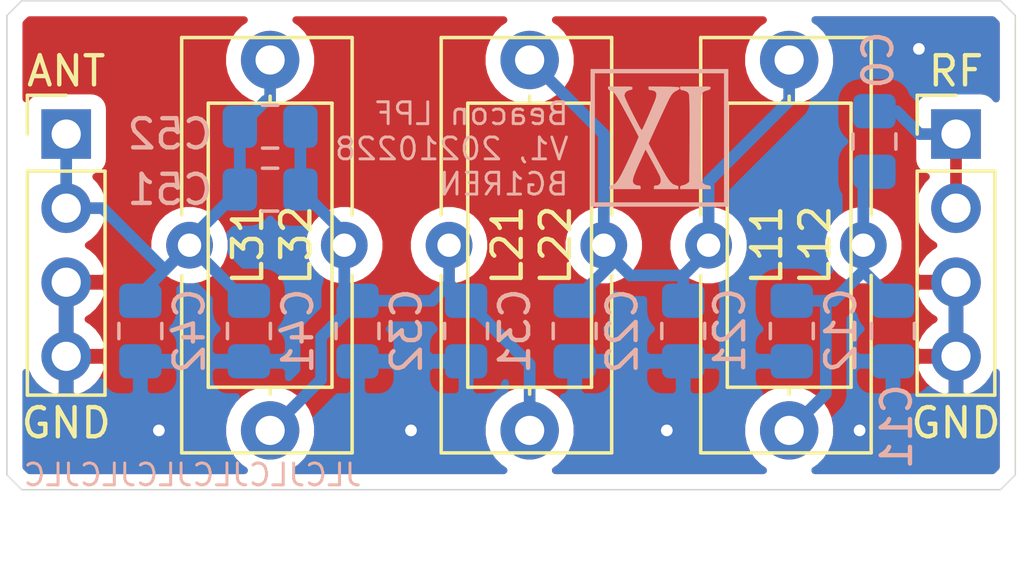
<source format=kicad_pcb>
(kicad_pcb (version 20171130) (host pcbnew "(5.1.9-0-10_14)")

  (general
    (thickness 1.6)
    (drawings 15)
    (tracks 60)
    (zones 0)
    (modules 20)
    (nets 7)
  )

  (page A4)
  (layers
    (0 F.Cu signal)
    (31 B.Cu signal)
    (32 B.Adhes user)
    (33 F.Adhes user)
    (34 B.Paste user)
    (35 F.Paste user)
    (36 B.SilkS user)
    (37 F.SilkS user)
    (38 B.Mask user)
    (39 F.Mask user)
    (40 Dwgs.User user)
    (41 Cmts.User user)
    (42 Eco1.User user)
    (43 Eco2.User user)
    (44 Edge.Cuts user)
    (45 Margin user)
    (46 B.CrtYd user)
    (47 F.CrtYd user)
    (48 B.Fab user)
    (49 F.Fab user)
  )

  (setup
    (last_trace_width 0.4)
    (user_trace_width 1.27)
    (trace_clearance 0.2)
    (zone_clearance 0.508)
    (zone_45_only no)
    (trace_min 0.2)
    (via_size 0.8)
    (via_drill 0.4)
    (via_min_size 0.4)
    (via_min_drill 0.3)
    (uvia_size 0.3)
    (uvia_drill 0.1)
    (uvias_allowed no)
    (uvia_min_size 0.2)
    (uvia_min_drill 0.1)
    (edge_width 0.05)
    (segment_width 0.2)
    (pcb_text_width 0.3)
    (pcb_text_size 1.5 1.5)
    (mod_edge_width 0.12)
    (mod_text_size 1 1)
    (mod_text_width 0.15)
    (pad_size 1.524 1.524)
    (pad_drill 0.762)
    (pad_to_mask_clearance 0)
    (aux_axis_origin 0 0)
    (visible_elements FFFFFF7F)
    (pcbplotparams
      (layerselection 0x010fc_ffffffff)
      (usegerberextensions false)
      (usegerberattributes true)
      (usegerberadvancedattributes true)
      (creategerberjobfile true)
      (excludeedgelayer true)
      (linewidth 0.100000)
      (plotframeref false)
      (viasonmask false)
      (mode 1)
      (useauxorigin false)
      (hpglpennumber 1)
      (hpglpenspeed 20)
      (hpglpendiameter 15.000000)
      (psnegative false)
      (psa4output false)
      (plotreference true)
      (plotvalue true)
      (plotinvisibletext false)
      (padsonsilk false)
      (subtractmaskfromsilk false)
      (outputformat 1)
      (mirror false)
      (drillshape 0)
      (scaleselection 1)
      (outputdirectory "output"))
  )

  (net 0 "")
  (net 1 RF)
  (net 2 "Net-(C0-Pad1)")
  (net 3 GND)
  (net 4 "Net-(C21-Pad2)")
  (net 5 "Net-(C31-Pad2)")
  (net 6 ANT)

  (net_class Default "This is the default net class."
    (clearance 0.2)
    (trace_width 0.4)
    (via_dia 0.8)
    (via_drill 0.4)
    (uvia_dia 0.3)
    (uvia_drill 0.1)
    (add_net ANT)
    (add_net GND)
    (add_net "Net-(C0-Pad1)")
    (add_net "Net-(C21-Pad2)")
    (add_net "Net-(C31-Pad2)")
    (add_net RF)
  )

  (module xi:xi-logo-c-05_05 (layer B.Cu) (tedit 5E103C07) (tstamp 603BFA84)
    (at 71.12 89.027)
    (fp_text reference G*** (at 0 0) (layer B.SilkS) hide
      (effects (font (size 1.524 1.524) (thickness 0.3)) (justify mirror))
    )
    (fp_text value LOGO (at 0.75 0) (layer B.SilkS) hide
      (effects (font (size 1.524 1.524) (thickness 0.3)) (justify mirror))
    )
    (fp_poly (pts (xy 2.355273 -2.355273) (xy -2.355273 -2.355273) (xy -2.355273 2.216727) (xy -2.216727 2.216727)
      (xy -2.216727 -2.216727) (xy 2.216727 -2.216727) (xy 2.216727 2.216727) (xy -2.216727 2.216727)
      (xy -2.355273 2.216727) (xy -2.355273 2.355273) (xy 2.355273 2.355273) (xy 2.355273 -2.355273)) (layer B.SilkS) (width 0.01))
    (fp_poly (pts (xy -0.646546 1.697182) (xy -0.652854 1.657688) (xy -0.680917 1.641867) (xy -0.724806 1.639455)
      (xy -0.79692 1.626209) (xy -0.857578 1.595307) (xy -0.889831 1.561096) (xy -0.908138 1.518194)
      (xy -0.911398 1.461786) (xy -0.898511 1.387058) (xy -0.868375 1.289197) (xy -0.819888 1.163389)
      (xy -0.75195 1.00482) (xy -0.691892 0.871006) (xy -0.630272 0.735576) (xy -0.575288 0.615118)
      (xy -0.529722 0.515694) (xy -0.496357 0.443369) (xy -0.477974 0.404206) (xy -0.475304 0.398982)
      (xy -0.463255 0.416052) (xy -0.433481 0.467138) (xy -0.389687 0.545344) (xy -0.335579 0.643778)
      (xy -0.274861 0.755546) (xy -0.211241 0.873753) (xy -0.148421 0.991508) (xy -0.090109 1.101915)
      (xy -0.040009 1.198082) (xy -0.001827 1.273114) (xy 0.020732 1.320118) (xy 0.0239 1.327727)
      (xy 0.049995 1.436204) (xy 0.042922 1.527546) (xy 0.005348 1.595424) (xy -0.060056 1.633505)
      (xy -0.107488 1.639455) (xy -0.160581 1.644255) (xy -0.181658 1.665507) (xy -0.184727 1.697182)
      (xy -0.184727 1.754909) (xy 0.646545 1.754909) (xy 0.646545 1.700133) (xy 0.638562 1.6622)
      (xy 0.606244 1.641473) (xy 0.559229 1.631395) (xy 0.480654 1.603458) (xy 0.402163 1.542497)
      (xy 0.319353 1.444366) (xy 0.248879 1.339273) (xy 0.215108 1.282516) (xy 0.16666 1.197548)
      (xy 0.106972 1.090728) (xy 0.039482 0.968412) (xy -0.032375 0.836958) (xy -0.105161 0.702724)
      (xy -0.175441 0.572068) (xy -0.239777 0.451347) (xy -0.294732 0.346918) (xy -0.336871 0.26514)
      (xy -0.362757 0.21237) (xy -0.369455 0.195376) (xy -0.360122 0.170725) (xy -0.333871 0.109939)
      (xy -0.293325 0.018728) (xy -0.241106 -0.0972) (xy -0.179838 -0.232134) (xy -0.112143 -0.380366)
      (xy -0.040643 -0.536185) (xy 0.032038 -0.693884) (xy 0.103279 -0.847751) (xy 0.170456 -0.992079)
      (xy 0.230946 -1.121157) (xy 0.282128 -1.229277) (xy 0.321378 -1.310728) (xy 0.335509 -1.339273)
      (xy 0.400581 -1.455052) (xy 0.465149 -1.53635) (xy 0.539134 -1.593672) (xy 0.607963 -1.627748)
      (xy 0.669756 -1.662383) (xy 0.688826 -1.698004) (xy 0.688163 -1.703896) (xy 0.682001 -1.716702)
      (xy 0.66535 -1.726575) (xy 0.632638 -1.733992) (xy 0.578294 -1.73943) (xy 0.496745 -1.743368)
      (xy 0.38242 -1.746283) (xy 0.229747 -1.748654) (xy 0.15556 -1.74957) (xy -0.369455 -1.755776)
      (xy -0.369455 -1.697615) (xy -0.359815 -1.653183) (xy -0.322994 -1.639614) (xy -0.315173 -1.639454)
      (xy -0.254118 -1.631729) (xy -0.188034 -1.614056) (xy -0.128149 -1.577911) (xy -0.100246 -1.519338)
      (xy -0.103161 -1.433375) (xy -0.12528 -1.346642) (xy -0.145372 -1.291503) (xy -0.180853 -1.202683)
      (xy -0.228093 -1.088583) (xy -0.283464 -0.957606) (xy -0.343337 -0.818155) (xy -0.404083 -0.678632)
      (xy -0.462075 -0.547441) (xy -0.513682 -0.432984) (xy -0.555276 -0.343663) (xy -0.579523 -0.294774)
      (xy -0.589759 -0.277219) (xy -0.600366 -0.268556) (xy -0.613896 -0.272777) (xy -0.632901 -0.293876)
      (xy -0.659932 -0.335843) (xy -0.697541 -0.402671) (xy -0.74828 -0.498352) (xy -0.8147 -0.626879)
      (xy -0.899353 -0.792242) (xy -0.906772 -0.806758) (xy -1.004698 -1.001059) (xy -1.083907 -1.164012)
      (xy -1.14346 -1.293551) (xy -1.182417 -1.387608) (xy -1.199837 -1.444118) (xy -1.200727 -1.452939)
      (xy -1.179457 -1.533485) (xy -1.121766 -1.596302) (xy -1.045451 -1.62925) (xy -0.97483 -1.646464)
      (xy -0.938477 -1.662783) (xy -0.925198 -1.685444) (xy -0.923636 -1.708002) (xy -0.925469 -1.724674)
      (xy -0.935147 -1.736843) (xy -0.958947 -1.745215) (xy -1.00314 -1.7505) (xy -1.074002 -1.753405)
      (xy -1.177805 -1.754638) (xy -1.320824 -1.754908) (xy -1.339273 -1.754909) (xy -1.754909 -1.754909)
      (xy -1.754909 -1.700068) (xy -1.742807 -1.656354) (xy -1.69867 -1.634173) (xy -1.688578 -1.631961)
      (xy -1.622302 -1.604733) (xy -1.554624 -1.546991) (xy -1.48183 -1.454562) (xy -1.400208 -1.323272)
      (xy -1.376347 -1.28093) (xy -1.284066 -1.113693) (xy -1.190394 -0.942642) (xy -1.097984 -0.772745)
      (xy -1.00949 -0.608965) (xy -0.927568 -0.456269) (xy -0.854871 -0.319621) (xy -0.794053 -0.203988)
      (xy -0.74777 -0.114335) (xy -0.718676 -0.055626) (xy -0.709373 -0.033244) (xy -0.718216 -0.005962)
      (xy -0.743681 0.056921) (xy -0.783043 0.149072) (xy -0.833574 0.264159) (xy -0.892549 0.39585)
      (xy -0.923107 0.463211) (xy -1.039431 0.716768) (xy -1.139846 0.931037) (xy -1.22634 1.109303)
      (xy -1.300904 1.254852) (xy -1.365529 1.370966) (xy -1.422203 1.46093) (xy -1.472919 1.52803)
      (xy -1.519665 1.575548) (xy -1.564432 1.60677) (xy -1.609209 1.62498) (xy -1.630006 1.629826)
      (xy -1.685081 1.646742) (xy -1.706606 1.676419) (xy -1.708727 1.699752) (xy -1.708727 1.754909)
      (xy -0.646546 1.754909) (xy -0.646546 1.697182)) (layer B.SilkS) (width 0.01))
    (fp_poly (pts (xy 1.754909 1.700222) (xy 1.747839 1.6637) (xy 1.718333 1.643955) (xy 1.661666 1.633029)
      (xy 1.558511 1.608198) (xy 1.49039 1.561555) (xy 1.448268 1.485108) (xy 1.43373 1.431339)
      (xy 1.428883 1.385321) (xy 1.424554 1.298313) (xy 1.420749 1.175507) (xy 1.417476 1.022091)
      (xy 1.41474 0.843257) (xy 1.41255 0.644194) (xy 1.410911 0.430091) (xy 1.40983 0.20614)
      (xy 1.409315 -0.022469) (xy 1.409373 -0.250548) (xy 1.410009 -0.472906) (xy 1.411232 -0.684352)
      (xy 1.413047 -0.879697) (xy 1.415462 -1.053751) (xy 1.418483 -1.201323) (xy 1.422118 -1.317224)
      (xy 1.426373 -1.396264) (xy 1.429955 -1.428124) (xy 1.45511 -1.514388) (xy 1.497446 -1.570936)
      (xy 1.567987 -1.608667) (xy 1.631834 -1.62767) (xy 1.704242 -1.651205) (xy 1.740807 -1.67888)
      (xy 1.750742 -1.705388) (xy 1.752122 -1.721337) (xy 1.747191 -1.733431) (xy 1.730418 -1.742204)
      (xy 1.69627 -1.748188) (xy 1.639215 -1.751918) (xy 1.553719 -1.753925) (xy 1.434251 -1.754744)
      (xy 1.275277 -1.754908) (xy 1.236969 -1.754909) (xy 0.715818 -1.754909) (xy 0.715818 -1.697182)
      (xy 0.726725 -1.651826) (xy 0.761533 -1.639454) (xy 0.811417 -1.631056) (xy 0.879522 -1.610132)
      (xy 0.899878 -1.602391) (xy 0.966054 -1.567448) (xy 1.00283 -1.520355) (xy 1.017076 -1.481163)
      (xy 1.02286 -1.43798) (xy 1.027599 -1.351388) (xy 1.031299 -1.220983) (xy 1.033962 -1.046366)
      (xy 1.035595 -0.827133) (xy 1.036201 -0.562884) (xy 1.035785 -0.253215) (xy 1.034593 0.053965)
      (xy 1.027545 1.50493) (xy 0.962853 1.560564) (xy 0.895138 1.601963) (xy 0.815643 1.629203)
      (xy 0.80699 1.630778) (xy 0.747026 1.644918) (xy 0.720823 1.667737) (xy 0.715818 1.700133)
      (xy 0.715818 1.754909) (xy 1.754909 1.754909) (xy 1.754909 1.700222)) (layer B.SilkS) (width 0.01))
    (fp_line (start -2.5 2.5) (end 2.5 2.5) (layer B.CrtYd) (width 0.12))
    (fp_line (start 2.5 2.5) (end 2.5 -2.5) (layer B.CrtYd) (width 0.12))
    (fp_line (start 2.5 -2.5) (end -2.5 -2.5) (layer B.CrtYd) (width 0.12))
    (fp_line (start -2.5 -2.5) (end -2.5 2.5) (layer B.CrtYd) (width 0.12))
  )

  (module Inductor_THT:L_Toroid_Vertical_L14.0mm_W5.6mm_P5.30mm_Bourns_5700 (layer F.Cu) (tedit 5AE59B06) (tstamp 603BCA6A)
    (at 60.325 92.71 270)
    (descr "L_Toroid, Vertical series, Radial, pin pitch=5.30mm, , length*width=14*5.6mm^2, Bourns, 5700, http://www.bourns.com/docs/Product-Datasheets/5700_series.pdf")
    (tags "L_Toroid Vertical series Radial pin pitch 5.30mm  length 14mm width 5.6mm Bourns 5700")
    (path /603CE00A)
    (fp_text reference L32 (at 0 1.651 90) (layer F.SilkS)
      (effects (font (size 1 1) (thickness 0.15)))
    )
    (fp_text value 1u (at 0 7.35 90) (layer F.Fab)
      (effects (font (size 1 1) (thickness 0.15)))
    )
    (fp_line (start -7 -0.15) (end -7 5.45) (layer F.Fab) (width 0.1))
    (fp_line (start -7 5.45) (end 7 5.45) (layer F.Fab) (width 0.1))
    (fp_line (start 7 5.45) (end 7 -0.15) (layer F.Fab) (width 0.1))
    (fp_line (start 7 -0.15) (end -7 -0.15) (layer F.Fab) (width 0.1))
    (fp_line (start -7 -0.15) (end -6.3 5.45) (layer F.Fab) (width 0.1))
    (fp_line (start -5.6 -0.15) (end -4.9 5.45) (layer F.Fab) (width 0.1))
    (fp_line (start -4.2 -0.15) (end -3.5 5.45) (layer F.Fab) (width 0.1))
    (fp_line (start -2.8 -0.15) (end -2.1 5.45) (layer F.Fab) (width 0.1))
    (fp_line (start -1.4 -0.15) (end -0.7 5.45) (layer F.Fab) (width 0.1))
    (fp_line (start 0 -0.15) (end 0.7 5.45) (layer F.Fab) (width 0.1))
    (fp_line (start 1.4 -0.15) (end 2.1 5.45) (layer F.Fab) (width 0.1))
    (fp_line (start 2.8 -0.15) (end 3.5 5.45) (layer F.Fab) (width 0.1))
    (fp_line (start 4.2 -0.15) (end 4.9 5.45) (layer F.Fab) (width 0.1))
    (fp_line (start 5.6 -0.15) (end 6.3 5.45) (layer F.Fab) (width 0.1))
    (fp_line (start -7.12 -0.27) (end -1.037 -0.27) (layer F.SilkS) (width 0.12))
    (fp_line (start 1.037 -0.27) (end 7.12 -0.27) (layer F.SilkS) (width 0.12))
    (fp_line (start -7.12 5.57) (end -1.037 5.57) (layer F.SilkS) (width 0.12))
    (fp_line (start 1.037 5.57) (end 7.12 5.57) (layer F.SilkS) (width 0.12))
    (fp_line (start -7.12 -0.27) (end -7.12 5.57) (layer F.SilkS) (width 0.12))
    (fp_line (start 7.12 -0.27) (end 7.12 5.57) (layer F.SilkS) (width 0.12))
    (fp_line (start -7.25 -1.06) (end -7.25 6.35) (layer F.CrtYd) (width 0.05))
    (fp_line (start -7.25 6.35) (end 7.25 6.35) (layer F.CrtYd) (width 0.05))
    (fp_line (start 7.25 6.35) (end 7.25 -1.06) (layer F.CrtYd) (width 0.05))
    (fp_line (start 7.25 -1.06) (end -7.25 -1.06) (layer F.CrtYd) (width 0.05))
    (fp_text user %R (at 2.65 0 90) (layer F.Fab)
      (effects (font (size 1 1) (thickness 0.15)))
    )
    (pad 2 thru_hole circle (at 0 5.3 270) (size 1.6 1.6) (drill 0.8) (layers *.Cu *.Mask)
      (net 6 ANT))
    (pad 1 thru_hole circle (at 0 0 270) (size 1.6 1.6) (drill 0.8) (layers *.Cu *.Mask)
      (net 5 "Net-(C31-Pad2)"))
    (model ${KISYS3DMOD}/Inductor_THT.3dshapes/L_Toroid_Vertical_L14.0mm_W5.6mm_P5.30mm_Bourns_5700.wrl
      (at (xyz 0 0 0))
      (scale (xyz 1 1 1))
      (rotate (xyz 0 0 0))
    )
  )

  (module Inductor_THT:L_Axial_L9.5mm_D4.0mm_P12.70mm_Horizontal_Fastron_SMCC (layer F.Cu) (tedit 5AE59B05) (tstamp 603BCA4B)
    (at 57.785 99.06 90)
    (descr "Inductor, Axial series, Axial, Horizontal, pin pitch=12.7mm, , length*diameter=9.5*4mm^2, Fastron, SMCC, http://cdn-reichelt.de/documents/datenblatt/B400/DS_SMCC_NEU.pdf, http://cdn-reichelt.de/documents/datenblatt/B400/LEADEDINDUCTORS.pdf")
    (tags "Inductor Axial series Axial Horizontal pin pitch 12.7mm  length 9.5mm diameter 4mm Fastron SMCC")
    (path /603C4156)
    (fp_text reference L31 (at 6.35 -0.762 90) (layer F.SilkS)
      (effects (font (size 1 1) (thickness 0.15)))
    )
    (fp_text value 1u (at 6.35 3.12 90) (layer F.Fab)
      (effects (font (size 1 1) (thickness 0.15)))
    )
    (fp_line (start 1.6 -2) (end 1.6 2) (layer F.Fab) (width 0.1))
    (fp_line (start 1.6 2) (end 11.1 2) (layer F.Fab) (width 0.1))
    (fp_line (start 11.1 2) (end 11.1 -2) (layer F.Fab) (width 0.1))
    (fp_line (start 11.1 -2) (end 1.6 -2) (layer F.Fab) (width 0.1))
    (fp_line (start 0 0) (end 1.6 0) (layer F.Fab) (width 0.1))
    (fp_line (start 12.7 0) (end 11.1 0) (layer F.Fab) (width 0.1))
    (fp_line (start 1.48 -2.12) (end 1.48 2.12) (layer F.SilkS) (width 0.12))
    (fp_line (start 1.48 2.12) (end 11.22 2.12) (layer F.SilkS) (width 0.12))
    (fp_line (start 11.22 2.12) (end 11.22 -2.12) (layer F.SilkS) (width 0.12))
    (fp_line (start 11.22 -2.12) (end 1.48 -2.12) (layer F.SilkS) (width 0.12))
    (fp_line (start 1.24 0) (end 1.48 0) (layer F.SilkS) (width 0.12))
    (fp_line (start 11.46 0) (end 11.22 0) (layer F.SilkS) (width 0.12))
    (fp_line (start -1.25 -2.25) (end -1.25 2.25) (layer F.CrtYd) (width 0.05))
    (fp_line (start -1.25 2.25) (end 13.95 2.25) (layer F.CrtYd) (width 0.05))
    (fp_line (start 13.95 2.25) (end 13.95 -2.25) (layer F.CrtYd) (width 0.05))
    (fp_line (start 13.95 -2.25) (end -1.25 -2.25) (layer F.CrtYd) (width 0.05))
    (fp_text user %R (at 6.35 0 90) (layer F.Fab)
      (effects (font (size 1 1) (thickness 0.15)))
    )
    (pad 2 thru_hole oval (at 12.7 0 90) (size 2 2) (drill 1) (layers *.Cu *.Mask)
      (net 6 ANT))
    (pad 1 thru_hole circle (at 0 0 90) (size 2 2) (drill 1) (layers *.Cu *.Mask)
      (net 5 "Net-(C31-Pad2)"))
    (model ${KISYS3DMOD}/Inductor_THT.3dshapes/L_Axial_L9.5mm_D4.0mm_P12.70mm_Horizontal_Fastron_SMCC.wrl
      (at (xyz 0 0 0))
      (scale (xyz 1 1 1))
      (rotate (xyz 0 0 0))
    )
  )

  (module Inductor_THT:L_Toroid_Vertical_L14.0mm_W5.6mm_P5.30mm_Bourns_5700 (layer F.Cu) (tedit 5AE59B06) (tstamp 603BCA34)
    (at 69.215 92.71 270)
    (descr "L_Toroid, Vertical series, Radial, pin pitch=5.30mm, , length*width=14*5.6mm^2, Bourns, 5700, http://www.bourns.com/docs/Product-Datasheets/5700_series.pdf")
    (tags "L_Toroid Vertical series Radial pin pitch 5.30mm  length 14mm width 5.6mm Bourns 5700")
    (path /603CD73C)
    (fp_text reference L22 (at 0 1.651 90) (layer F.SilkS)
      (effects (font (size 1 1) (thickness 0.15)))
    )
    (fp_text value 1u (at 0 7.35 90) (layer F.Fab)
      (effects (font (size 1 1) (thickness 0.15)))
    )
    (fp_line (start -7 -0.15) (end -7 5.45) (layer F.Fab) (width 0.1))
    (fp_line (start -7 5.45) (end 7 5.45) (layer F.Fab) (width 0.1))
    (fp_line (start 7 5.45) (end 7 -0.15) (layer F.Fab) (width 0.1))
    (fp_line (start 7 -0.15) (end -7 -0.15) (layer F.Fab) (width 0.1))
    (fp_line (start -7 -0.15) (end -6.3 5.45) (layer F.Fab) (width 0.1))
    (fp_line (start -5.6 -0.15) (end -4.9 5.45) (layer F.Fab) (width 0.1))
    (fp_line (start -4.2 -0.15) (end -3.5 5.45) (layer F.Fab) (width 0.1))
    (fp_line (start -2.8 -0.15) (end -2.1 5.45) (layer F.Fab) (width 0.1))
    (fp_line (start -1.4 -0.15) (end -0.7 5.45) (layer F.Fab) (width 0.1))
    (fp_line (start 0 -0.15) (end 0.7 5.45) (layer F.Fab) (width 0.1))
    (fp_line (start 1.4 -0.15) (end 2.1 5.45) (layer F.Fab) (width 0.1))
    (fp_line (start 2.8 -0.15) (end 3.5 5.45) (layer F.Fab) (width 0.1))
    (fp_line (start 4.2 -0.15) (end 4.9 5.45) (layer F.Fab) (width 0.1))
    (fp_line (start 5.6 -0.15) (end 6.3 5.45) (layer F.Fab) (width 0.1))
    (fp_line (start -7.12 -0.27) (end -1.037 -0.27) (layer F.SilkS) (width 0.12))
    (fp_line (start 1.037 -0.27) (end 7.12 -0.27) (layer F.SilkS) (width 0.12))
    (fp_line (start -7.12 5.57) (end -1.037 5.57) (layer F.SilkS) (width 0.12))
    (fp_line (start 1.037 5.57) (end 7.12 5.57) (layer F.SilkS) (width 0.12))
    (fp_line (start -7.12 -0.27) (end -7.12 5.57) (layer F.SilkS) (width 0.12))
    (fp_line (start 7.12 -0.27) (end 7.12 5.57) (layer F.SilkS) (width 0.12))
    (fp_line (start -7.25 -1.06) (end -7.25 6.35) (layer F.CrtYd) (width 0.05))
    (fp_line (start -7.25 6.35) (end 7.25 6.35) (layer F.CrtYd) (width 0.05))
    (fp_line (start 7.25 6.35) (end 7.25 -1.06) (layer F.CrtYd) (width 0.05))
    (fp_line (start 7.25 -1.06) (end -7.25 -1.06) (layer F.CrtYd) (width 0.05))
    (fp_text user %R (at 2.65 0 90) (layer F.Fab)
      (effects (font (size 1 1) (thickness 0.15)))
    )
    (pad 2 thru_hole circle (at 0 5.3 270) (size 1.6 1.6) (drill 0.8) (layers *.Cu *.Mask)
      (net 5 "Net-(C31-Pad2)"))
    (pad 1 thru_hole circle (at 0 0 270) (size 1.6 1.6) (drill 0.8) (layers *.Cu *.Mask)
      (net 4 "Net-(C21-Pad2)"))
    (model ${KISYS3DMOD}/Inductor_THT.3dshapes/L_Toroid_Vertical_L14.0mm_W5.6mm_P5.30mm_Bourns_5700.wrl
      (at (xyz 0 0 0))
      (scale (xyz 1 1 1))
      (rotate (xyz 0 0 0))
    )
  )

  (module Inductor_THT:L_Axial_L9.5mm_D4.0mm_P12.70mm_Horizontal_Fastron_SMCC (layer F.Cu) (tedit 5AE59B05) (tstamp 603BCA15)
    (at 66.675 86.36 270)
    (descr "Inductor, Axial series, Axial, Horizontal, pin pitch=12.7mm, , length*diameter=9.5*4mm^2, Fastron, SMCC, http://cdn-reichelt.de/documents/datenblatt/B400/DS_SMCC_NEU.pdf, http://cdn-reichelt.de/documents/datenblatt/B400/LEADEDINDUCTORS.pdf")
    (tags "Inductor Axial series Axial Horizontal pin pitch 12.7mm  length 9.5mm diameter 4mm Fastron SMCC")
    (path /603C302A)
    (fp_text reference L21 (at 6.35 0.762 90) (layer F.SilkS)
      (effects (font (size 1 1) (thickness 0.15)))
    )
    (fp_text value 1u (at 6.35 3.12 90) (layer F.Fab)
      (effects (font (size 1 1) (thickness 0.15)))
    )
    (fp_line (start 1.6 -2) (end 1.6 2) (layer F.Fab) (width 0.1))
    (fp_line (start 1.6 2) (end 11.1 2) (layer F.Fab) (width 0.1))
    (fp_line (start 11.1 2) (end 11.1 -2) (layer F.Fab) (width 0.1))
    (fp_line (start 11.1 -2) (end 1.6 -2) (layer F.Fab) (width 0.1))
    (fp_line (start 0 0) (end 1.6 0) (layer F.Fab) (width 0.1))
    (fp_line (start 12.7 0) (end 11.1 0) (layer F.Fab) (width 0.1))
    (fp_line (start 1.48 -2.12) (end 1.48 2.12) (layer F.SilkS) (width 0.12))
    (fp_line (start 1.48 2.12) (end 11.22 2.12) (layer F.SilkS) (width 0.12))
    (fp_line (start 11.22 2.12) (end 11.22 -2.12) (layer F.SilkS) (width 0.12))
    (fp_line (start 11.22 -2.12) (end 1.48 -2.12) (layer F.SilkS) (width 0.12))
    (fp_line (start 1.24 0) (end 1.48 0) (layer F.SilkS) (width 0.12))
    (fp_line (start 11.46 0) (end 11.22 0) (layer F.SilkS) (width 0.12))
    (fp_line (start -1.25 -2.25) (end -1.25 2.25) (layer F.CrtYd) (width 0.05))
    (fp_line (start -1.25 2.25) (end 13.95 2.25) (layer F.CrtYd) (width 0.05))
    (fp_line (start 13.95 2.25) (end 13.95 -2.25) (layer F.CrtYd) (width 0.05))
    (fp_line (start 13.95 -2.25) (end -1.25 -2.25) (layer F.CrtYd) (width 0.05))
    (fp_text user %R (at 6.35 0 90) (layer F.Fab)
      (effects (font (size 1 1) (thickness 0.15)))
    )
    (pad 2 thru_hole oval (at 12.7 0 270) (size 2 2) (drill 1) (layers *.Cu *.Mask)
      (net 5 "Net-(C31-Pad2)"))
    (pad 1 thru_hole circle (at 0 0 270) (size 2 2) (drill 1) (layers *.Cu *.Mask)
      (net 4 "Net-(C21-Pad2)"))
    (model ${KISYS3DMOD}/Inductor_THT.3dshapes/L_Axial_L9.5mm_D4.0mm_P12.70mm_Horizontal_Fastron_SMCC.wrl
      (at (xyz 0 0 0))
      (scale (xyz 1 1 1))
      (rotate (xyz 0 0 0))
    )
  )

  (module Inductor_THT:L_Toroid_Vertical_L14.0mm_W5.6mm_P5.30mm_Bourns_5700 (layer F.Cu) (tedit 5AE59B06) (tstamp 603BC9FE)
    (at 78.105 92.71 270)
    (descr "L_Toroid, Vertical series, Radial, pin pitch=5.30mm, , length*width=14*5.6mm^2, Bourns, 5700, http://www.bourns.com/docs/Product-Datasheets/5700_series.pdf")
    (tags "L_Toroid Vertical series Radial pin pitch 5.30mm  length 14mm width 5.6mm Bourns 5700")
    (path /603CCC63)
    (fp_text reference L12 (at 0 1.651 90) (layer F.SilkS)
      (effects (font (size 1 1) (thickness 0.15)))
    )
    (fp_text value 1u (at 0 7.35 90) (layer F.Fab)
      (effects (font (size 1 1) (thickness 0.15)))
    )
    (fp_line (start -7 -0.15) (end -7 5.45) (layer F.Fab) (width 0.1))
    (fp_line (start -7 5.45) (end 7 5.45) (layer F.Fab) (width 0.1))
    (fp_line (start 7 5.45) (end 7 -0.15) (layer F.Fab) (width 0.1))
    (fp_line (start 7 -0.15) (end -7 -0.15) (layer F.Fab) (width 0.1))
    (fp_line (start -7 -0.15) (end -6.3 5.45) (layer F.Fab) (width 0.1))
    (fp_line (start -5.6 -0.15) (end -4.9 5.45) (layer F.Fab) (width 0.1))
    (fp_line (start -4.2 -0.15) (end -3.5 5.45) (layer F.Fab) (width 0.1))
    (fp_line (start -2.8 -0.15) (end -2.1 5.45) (layer F.Fab) (width 0.1))
    (fp_line (start -1.4 -0.15) (end -0.7 5.45) (layer F.Fab) (width 0.1))
    (fp_line (start 0 -0.15) (end 0.7 5.45) (layer F.Fab) (width 0.1))
    (fp_line (start 1.4 -0.15) (end 2.1 5.45) (layer F.Fab) (width 0.1))
    (fp_line (start 2.8 -0.15) (end 3.5 5.45) (layer F.Fab) (width 0.1))
    (fp_line (start 4.2 -0.15) (end 4.9 5.45) (layer F.Fab) (width 0.1))
    (fp_line (start 5.6 -0.15) (end 6.3 5.45) (layer F.Fab) (width 0.1))
    (fp_line (start -7.12 -0.27) (end -1.037 -0.27) (layer F.SilkS) (width 0.12))
    (fp_line (start 1.037 -0.27) (end 7.12 -0.27) (layer F.SilkS) (width 0.12))
    (fp_line (start -7.12 5.57) (end -1.037 5.57) (layer F.SilkS) (width 0.12))
    (fp_line (start 1.037 5.57) (end 7.12 5.57) (layer F.SilkS) (width 0.12))
    (fp_line (start -7.12 -0.27) (end -7.12 5.57) (layer F.SilkS) (width 0.12))
    (fp_line (start 7.12 -0.27) (end 7.12 5.57) (layer F.SilkS) (width 0.12))
    (fp_line (start -7.25 -1.06) (end -7.25 6.35) (layer F.CrtYd) (width 0.05))
    (fp_line (start -7.25 6.35) (end 7.25 6.35) (layer F.CrtYd) (width 0.05))
    (fp_line (start 7.25 6.35) (end 7.25 -1.06) (layer F.CrtYd) (width 0.05))
    (fp_line (start 7.25 -1.06) (end -7.25 -1.06) (layer F.CrtYd) (width 0.05))
    (fp_text user %R (at 2.65 0 90) (layer F.Fab)
      (effects (font (size 1 1) (thickness 0.15)))
    )
    (pad 2 thru_hole circle (at 0 5.3 270) (size 1.6 1.6) (drill 0.8) (layers *.Cu *.Mask)
      (net 4 "Net-(C21-Pad2)"))
    (pad 1 thru_hole circle (at 0 0 270) (size 1.6 1.6) (drill 0.8) (layers *.Cu *.Mask)
      (net 2 "Net-(C0-Pad1)"))
    (model ${KISYS3DMOD}/Inductor_THT.3dshapes/L_Toroid_Vertical_L14.0mm_W5.6mm_P5.30mm_Bourns_5700.wrl
      (at (xyz 0 0 0))
      (scale (xyz 1 1 1))
      (rotate (xyz 0 0 0))
    )
  )

  (module Inductor_THT:L_Axial_L9.5mm_D4.0mm_P12.70mm_Horizontal_Fastron_SMCC (layer F.Cu) (tedit 5AE59B05) (tstamp 603BC9DF)
    (at 75.565 99.06 90)
    (descr "Inductor, Axial series, Axial, Horizontal, pin pitch=12.7mm, , length*diameter=9.5*4mm^2, Fastron, SMCC, http://cdn-reichelt.de/documents/datenblatt/B400/DS_SMCC_NEU.pdf, http://cdn-reichelt.de/documents/datenblatt/B400/LEADEDINDUCTORS.pdf")
    (tags "Inductor Axial series Axial Horizontal pin pitch 12.7mm  length 9.5mm diameter 4mm Fastron SMCC")
    (path /603C2700)
    (fp_text reference L11 (at 6.35 -0.762 90) (layer F.SilkS)
      (effects (font (size 1 1) (thickness 0.15)))
    )
    (fp_text value 1u (at 6.35 3.12 90) (layer F.Fab)
      (effects (font (size 1 1) (thickness 0.15)))
    )
    (fp_line (start 1.6 -2) (end 1.6 2) (layer F.Fab) (width 0.1))
    (fp_line (start 1.6 2) (end 11.1 2) (layer F.Fab) (width 0.1))
    (fp_line (start 11.1 2) (end 11.1 -2) (layer F.Fab) (width 0.1))
    (fp_line (start 11.1 -2) (end 1.6 -2) (layer F.Fab) (width 0.1))
    (fp_line (start 0 0) (end 1.6 0) (layer F.Fab) (width 0.1))
    (fp_line (start 12.7 0) (end 11.1 0) (layer F.Fab) (width 0.1))
    (fp_line (start 1.48 -2.12) (end 1.48 2.12) (layer F.SilkS) (width 0.12))
    (fp_line (start 1.48 2.12) (end 11.22 2.12) (layer F.SilkS) (width 0.12))
    (fp_line (start 11.22 2.12) (end 11.22 -2.12) (layer F.SilkS) (width 0.12))
    (fp_line (start 11.22 -2.12) (end 1.48 -2.12) (layer F.SilkS) (width 0.12))
    (fp_line (start 1.24 0) (end 1.48 0) (layer F.SilkS) (width 0.12))
    (fp_line (start 11.46 0) (end 11.22 0) (layer F.SilkS) (width 0.12))
    (fp_line (start -1.25 -2.25) (end -1.25 2.25) (layer F.CrtYd) (width 0.05))
    (fp_line (start -1.25 2.25) (end 13.95 2.25) (layer F.CrtYd) (width 0.05))
    (fp_line (start 13.95 2.25) (end 13.95 -2.25) (layer F.CrtYd) (width 0.05))
    (fp_line (start 13.95 -2.25) (end -1.25 -2.25) (layer F.CrtYd) (width 0.05))
    (fp_text user %R (at 6.35 0 90) (layer F.Fab)
      (effects (font (size 1 1) (thickness 0.15)))
    )
    (pad 2 thru_hole oval (at 12.7 0 90) (size 2 2) (drill 1) (layers *.Cu *.Mask)
      (net 4 "Net-(C21-Pad2)"))
    (pad 1 thru_hole circle (at 0 0 90) (size 2 2) (drill 1) (layers *.Cu *.Mask)
      (net 2 "Net-(C0-Pad1)"))
    (model ${KISYS3DMOD}/Inductor_THT.3dshapes/L_Axial_L9.5mm_D4.0mm_P12.70mm_Horizontal_Fastron_SMCC.wrl
      (at (xyz 0 0 0))
      (scale (xyz 1 1 1))
      (rotate (xyz 0 0 0))
    )
  )

  (module Connector_PinHeader_2.54mm:PinHeader_1x04_P2.54mm_Vertical (layer F.Cu) (tedit 59FED5CC) (tstamp 603BC9C8)
    (at 81.28 88.9)
    (descr "Through hole straight pin header, 1x04, 2.54mm pitch, single row")
    (tags "Through hole pin header THT 1x04 2.54mm single row")
    (path /603BB96D)
    (fp_text reference J2 (at 0 -2.33) (layer F.SilkS) hide
      (effects (font (size 1 1) (thickness 0.15)))
    )
    (fp_text value LPF_B (at 0 9.95) (layer F.Fab)
      (effects (font (size 1 1) (thickness 0.15)))
    )
    (fp_line (start -0.635 -1.27) (end 1.27 -1.27) (layer F.Fab) (width 0.1))
    (fp_line (start 1.27 -1.27) (end 1.27 8.89) (layer F.Fab) (width 0.1))
    (fp_line (start 1.27 8.89) (end -1.27 8.89) (layer F.Fab) (width 0.1))
    (fp_line (start -1.27 8.89) (end -1.27 -0.635) (layer F.Fab) (width 0.1))
    (fp_line (start -1.27 -0.635) (end -0.635 -1.27) (layer F.Fab) (width 0.1))
    (fp_line (start -1.33 8.95) (end 1.33 8.95) (layer F.SilkS) (width 0.12))
    (fp_line (start -1.33 1.27) (end -1.33 8.95) (layer F.SilkS) (width 0.12))
    (fp_line (start 1.33 1.27) (end 1.33 8.95) (layer F.SilkS) (width 0.12))
    (fp_line (start -1.33 1.27) (end 1.33 1.27) (layer F.SilkS) (width 0.12))
    (fp_line (start -1.33 0) (end -1.33 -1.33) (layer F.SilkS) (width 0.12))
    (fp_line (start -1.33 -1.33) (end 0 -1.33) (layer F.SilkS) (width 0.12))
    (fp_line (start -1.8 -1.8) (end -1.8 9.4) (layer F.CrtYd) (width 0.05))
    (fp_line (start -1.8 9.4) (end 1.8 9.4) (layer F.CrtYd) (width 0.05))
    (fp_line (start 1.8 9.4) (end 1.8 -1.8) (layer F.CrtYd) (width 0.05))
    (fp_line (start 1.8 -1.8) (end -1.8 -1.8) (layer F.CrtYd) (width 0.05))
    (fp_text user %R (at 0 3.81 90) (layer F.Fab)
      (effects (font (size 1 1) (thickness 0.15)))
    )
    (pad 4 thru_hole oval (at 0 7.62) (size 1.7 1.7) (drill 1) (layers *.Cu *.Mask)
      (net 3 GND))
    (pad 3 thru_hole oval (at 0 5.08) (size 1.7 1.7) (drill 1) (layers *.Cu *.Mask)
      (net 3 GND))
    (pad 2 thru_hole oval (at 0 2.54) (size 1.7 1.7) (drill 1) (layers *.Cu *.Mask)
      (net 1 RF))
    (pad 1 thru_hole rect (at 0 0) (size 1.7 1.7) (drill 1) (layers *.Cu *.Mask)
      (net 1 RF))
    (model ${KISYS3DMOD}/Connector_PinHeader_2.54mm.3dshapes/PinHeader_1x04_P2.54mm_Vertical.wrl
      (at (xyz 0 0 0))
      (scale (xyz 1 1 1))
      (rotate (xyz 0 0 0))
    )
  )

  (module Connector_PinHeader_2.54mm:PinHeader_1x04_P2.54mm_Vertical (layer F.Cu) (tedit 59FED5CC) (tstamp 603BC9B0)
    (at 50.8 88.9)
    (descr "Through hole straight pin header, 1x04, 2.54mm pitch, single row")
    (tags "Through hole pin header THT 1x04 2.54mm single row")
    (path /603B9C15)
    (fp_text reference J1 (at 0 -2.33) (layer F.SilkS) hide
      (effects (font (size 1 1) (thickness 0.15)))
    )
    (fp_text value LPF_A (at 0 9.95) (layer F.Fab)
      (effects (font (size 1 1) (thickness 0.15)))
    )
    (fp_line (start -0.635 -1.27) (end 1.27 -1.27) (layer F.Fab) (width 0.1))
    (fp_line (start 1.27 -1.27) (end 1.27 8.89) (layer F.Fab) (width 0.1))
    (fp_line (start 1.27 8.89) (end -1.27 8.89) (layer F.Fab) (width 0.1))
    (fp_line (start -1.27 8.89) (end -1.27 -0.635) (layer F.Fab) (width 0.1))
    (fp_line (start -1.27 -0.635) (end -0.635 -1.27) (layer F.Fab) (width 0.1))
    (fp_line (start -1.33 8.95) (end 1.33 8.95) (layer F.SilkS) (width 0.12))
    (fp_line (start -1.33 1.27) (end -1.33 8.95) (layer F.SilkS) (width 0.12))
    (fp_line (start 1.33 1.27) (end 1.33 8.95) (layer F.SilkS) (width 0.12))
    (fp_line (start -1.33 1.27) (end 1.33 1.27) (layer F.SilkS) (width 0.12))
    (fp_line (start -1.33 0) (end -1.33 -1.33) (layer F.SilkS) (width 0.12))
    (fp_line (start -1.33 -1.33) (end 0 -1.33) (layer F.SilkS) (width 0.12))
    (fp_line (start -1.8 -1.8) (end -1.8 9.4) (layer F.CrtYd) (width 0.05))
    (fp_line (start -1.8 9.4) (end 1.8 9.4) (layer F.CrtYd) (width 0.05))
    (fp_line (start 1.8 9.4) (end 1.8 -1.8) (layer F.CrtYd) (width 0.05))
    (fp_line (start 1.8 -1.8) (end -1.8 -1.8) (layer F.CrtYd) (width 0.05))
    (fp_text user %R (at 0 3.81 90) (layer F.Fab)
      (effects (font (size 1 1) (thickness 0.15)))
    )
    (pad 4 thru_hole oval (at 0 7.62) (size 1.7 1.7) (drill 1) (layers *.Cu *.Mask)
      (net 3 GND))
    (pad 3 thru_hole oval (at 0 5.08) (size 1.7 1.7) (drill 1) (layers *.Cu *.Mask)
      (net 3 GND))
    (pad 2 thru_hole oval (at 0 2.54) (size 1.7 1.7) (drill 1) (layers *.Cu *.Mask)
      (net 6 ANT))
    (pad 1 thru_hole rect (at 0 0) (size 1.7 1.7) (drill 1) (layers *.Cu *.Mask)
      (net 6 ANT))
    (model ${KISYS3DMOD}/Connector_PinHeader_2.54mm.3dshapes/PinHeader_1x04_P2.54mm_Vertical.wrl
      (at (xyz 0 0 0))
      (scale (xyz 1 1 1))
      (rotate (xyz 0 0 0))
    )
  )

  (module Capacitor_SMD:C_0805_2012Metric_Pad1.18x1.45mm_HandSolder (layer B.Cu) (tedit 5F68FEEF) (tstamp 603BC998)
    (at 57.785 88.646)
    (descr "Capacitor SMD 0805 (2012 Metric), square (rectangular) end terminal, IPC_7351 nominal with elongated pad for handsoldering. (Body size source: IPC-SM-782 page 76, https://www.pcb-3d.com/wordpress/wp-content/uploads/ipc-sm-782a_amendment_1_and_2.pdf, https://docs.google.com/spreadsheets/d/1BsfQQcO9C6DZCsRaXUlFlo91Tg2WpOkGARC1WS5S8t0/edit?usp=sharing), generated with kicad-footprint-generator")
    (tags "capacitor handsolder")
    (path /603C57B1)
    (attr smd)
    (fp_text reference C52 (at -3.429 0.254) (layer B.SilkS)
      (effects (font (size 1 1) (thickness 0.15)) (justify mirror))
    )
    (fp_text value 47p (at 0 -1.68) (layer B.Fab)
      (effects (font (size 1 1) (thickness 0.15)) (justify mirror))
    )
    (fp_line (start -1 -0.625) (end -1 0.625) (layer B.Fab) (width 0.1))
    (fp_line (start -1 0.625) (end 1 0.625) (layer B.Fab) (width 0.1))
    (fp_line (start 1 0.625) (end 1 -0.625) (layer B.Fab) (width 0.1))
    (fp_line (start 1 -0.625) (end -1 -0.625) (layer B.Fab) (width 0.1))
    (fp_line (start -0.261252 0.735) (end 0.261252 0.735) (layer B.SilkS) (width 0.12))
    (fp_line (start -0.261252 -0.735) (end 0.261252 -0.735) (layer B.SilkS) (width 0.12))
    (fp_line (start -1.88 -0.98) (end -1.88 0.98) (layer B.CrtYd) (width 0.05))
    (fp_line (start -1.88 0.98) (end 1.88 0.98) (layer B.CrtYd) (width 0.05))
    (fp_line (start 1.88 0.98) (end 1.88 -0.98) (layer B.CrtYd) (width 0.05))
    (fp_line (start 1.88 -0.98) (end -1.88 -0.98) (layer B.CrtYd) (width 0.05))
    (fp_text user %R (at 0 0) (layer B.Fab)
      (effects (font (size 0.5 0.5) (thickness 0.08)) (justify mirror))
    )
    (pad 2 smd roundrect (at 1.0375 0) (size 1.175 1.45) (layers B.Cu B.Paste B.Mask) (roundrect_rratio 0.2127659574468085)
      (net 5 "Net-(C31-Pad2)"))
    (pad 1 smd roundrect (at -1.0375 0) (size 1.175 1.45) (layers B.Cu B.Paste B.Mask) (roundrect_rratio 0.2127659574468085)
      (net 6 ANT))
    (model ${KISYS3DMOD}/Capacitor_SMD.3dshapes/C_0805_2012Metric.wrl
      (at (xyz 0 0 0))
      (scale (xyz 1 1 1))
      (rotate (xyz 0 0 0))
    )
  )

  (module Capacitor_SMD:C_0805_2012Metric_Pad1.18x1.45mm_HandSolder (layer B.Cu) (tedit 5F68FEEF) (tstamp 603BC987)
    (at 57.785 90.805)
    (descr "Capacitor SMD 0805 (2012 Metric), square (rectangular) end terminal, IPC_7351 nominal with elongated pad for handsoldering. (Body size source: IPC-SM-782 page 76, https://www.pcb-3d.com/wordpress/wp-content/uploads/ipc-sm-782a_amendment_1_and_2.pdf, https://docs.google.com/spreadsheets/d/1BsfQQcO9C6DZCsRaXUlFlo91Tg2WpOkGARC1WS5S8t0/edit?usp=sharing), generated with kicad-footprint-generator")
    (tags "capacitor handsolder")
    (path /603C660F)
    (attr smd)
    (fp_text reference C51 (at -3.429 0) (layer B.SilkS)
      (effects (font (size 1 1) (thickness 0.15)) (justify mirror))
    )
    (fp_text value 47p (at 0 -1.68) (layer B.Fab)
      (effects (font (size 1 1) (thickness 0.15)) (justify mirror))
    )
    (fp_line (start -1 -0.625) (end -1 0.625) (layer B.Fab) (width 0.1))
    (fp_line (start -1 0.625) (end 1 0.625) (layer B.Fab) (width 0.1))
    (fp_line (start 1 0.625) (end 1 -0.625) (layer B.Fab) (width 0.1))
    (fp_line (start 1 -0.625) (end -1 -0.625) (layer B.Fab) (width 0.1))
    (fp_line (start -0.261252 0.735) (end 0.261252 0.735) (layer B.SilkS) (width 0.12))
    (fp_line (start -0.261252 -0.735) (end 0.261252 -0.735) (layer B.SilkS) (width 0.12))
    (fp_line (start -1.88 -0.98) (end -1.88 0.98) (layer B.CrtYd) (width 0.05))
    (fp_line (start -1.88 0.98) (end 1.88 0.98) (layer B.CrtYd) (width 0.05))
    (fp_line (start 1.88 0.98) (end 1.88 -0.98) (layer B.CrtYd) (width 0.05))
    (fp_line (start 1.88 -0.98) (end -1.88 -0.98) (layer B.CrtYd) (width 0.05))
    (fp_text user %R (at 0 0) (layer B.Fab)
      (effects (font (size 0.5 0.5) (thickness 0.08)) (justify mirror))
    )
    (pad 2 smd roundrect (at 1.0375 0) (size 1.175 1.45) (layers B.Cu B.Paste B.Mask) (roundrect_rratio 0.2127659574468085)
      (net 5 "Net-(C31-Pad2)"))
    (pad 1 smd roundrect (at -1.0375 0) (size 1.175 1.45) (layers B.Cu B.Paste B.Mask) (roundrect_rratio 0.2127659574468085)
      (net 6 ANT))
    (model ${KISYS3DMOD}/Capacitor_SMD.3dshapes/C_0805_2012Metric.wrl
      (at (xyz 0 0 0))
      (scale (xyz 1 1 1))
      (rotate (xyz 0 0 0))
    )
  )

  (module Capacitor_SMD:C_0805_2012Metric_Pad1.18x1.45mm_HandSolder (layer B.Cu) (tedit 5F68FEEF) (tstamp 603BC976)
    (at 53.34 95.6525 90)
    (descr "Capacitor SMD 0805 (2012 Metric), square (rectangular) end terminal, IPC_7351 nominal with elongated pad for handsoldering. (Body size source: IPC-SM-782 page 76, https://www.pcb-3d.com/wordpress/wp-content/uploads/ipc-sm-782a_amendment_1_and_2.pdf, https://docs.google.com/spreadsheets/d/1BsfQQcO9C6DZCsRaXUlFlo91Tg2WpOkGARC1WS5S8t0/edit?usp=sharing), generated with kicad-footprint-generator")
    (tags "capacitor handsolder")
    (path /603D1869)
    (attr smd)
    (fp_text reference C42 (at 0 1.68 90) (layer B.SilkS)
      (effects (font (size 1 1) (thickness 0.15)) (justify mirror))
    )
    (fp_text value 220p (at 0 -1.68 90) (layer B.Fab)
      (effects (font (size 1 1) (thickness 0.15)) (justify mirror))
    )
    (fp_line (start -1 -0.625) (end -1 0.625) (layer B.Fab) (width 0.1))
    (fp_line (start -1 0.625) (end 1 0.625) (layer B.Fab) (width 0.1))
    (fp_line (start 1 0.625) (end 1 -0.625) (layer B.Fab) (width 0.1))
    (fp_line (start 1 -0.625) (end -1 -0.625) (layer B.Fab) (width 0.1))
    (fp_line (start -0.261252 0.735) (end 0.261252 0.735) (layer B.SilkS) (width 0.12))
    (fp_line (start -0.261252 -0.735) (end 0.261252 -0.735) (layer B.SilkS) (width 0.12))
    (fp_line (start -1.88 -0.98) (end -1.88 0.98) (layer B.CrtYd) (width 0.05))
    (fp_line (start -1.88 0.98) (end 1.88 0.98) (layer B.CrtYd) (width 0.05))
    (fp_line (start 1.88 0.98) (end 1.88 -0.98) (layer B.CrtYd) (width 0.05))
    (fp_line (start 1.88 -0.98) (end -1.88 -0.98) (layer B.CrtYd) (width 0.05))
    (fp_text user %R (at 0 0 90) (layer B.Fab)
      (effects (font (size 0.5 0.5) (thickness 0.08)) (justify mirror))
    )
    (pad 2 smd roundrect (at 1.0375 0 90) (size 1.175 1.45) (layers B.Cu B.Paste B.Mask) (roundrect_rratio 0.2127659574468085)
      (net 6 ANT))
    (pad 1 smd roundrect (at -1.0375 0 90) (size 1.175 1.45) (layers B.Cu B.Paste B.Mask) (roundrect_rratio 0.2127659574468085)
      (net 3 GND))
    (model ${KISYS3DMOD}/Capacitor_SMD.3dshapes/C_0805_2012Metric.wrl
      (at (xyz 0 0 0))
      (scale (xyz 1 1 1))
      (rotate (xyz 0 0 0))
    )
  )

  (module Capacitor_SMD:C_0805_2012Metric_Pad1.18x1.45mm_HandSolder (layer B.Cu) (tedit 5F68FEEF) (tstamp 603BC965)
    (at 57.0593 95.6525 90)
    (descr "Capacitor SMD 0805 (2012 Metric), square (rectangular) end terminal, IPC_7351 nominal with elongated pad for handsoldering. (Body size source: IPC-SM-782 page 76, https://www.pcb-3d.com/wordpress/wp-content/uploads/ipc-sm-782a_amendment_1_and_2.pdf, https://docs.google.com/spreadsheets/d/1BsfQQcO9C6DZCsRaXUlFlo91Tg2WpOkGARC1WS5S8t0/edit?usp=sharing), generated with kicad-footprint-generator")
    (tags "capacitor handsolder")
    (path /603D1863)
    (attr smd)
    (fp_text reference C41 (at 0 1.68 90) (layer B.SilkS)
      (effects (font (size 1 1) (thickness 0.15)) (justify mirror))
    )
    (fp_text value 220p (at 0 -1.68 90) (layer B.Fab)
      (effects (font (size 1 1) (thickness 0.15)) (justify mirror))
    )
    (fp_line (start -1 -0.625) (end -1 0.625) (layer B.Fab) (width 0.1))
    (fp_line (start -1 0.625) (end 1 0.625) (layer B.Fab) (width 0.1))
    (fp_line (start 1 0.625) (end 1 -0.625) (layer B.Fab) (width 0.1))
    (fp_line (start 1 -0.625) (end -1 -0.625) (layer B.Fab) (width 0.1))
    (fp_line (start -0.261252 0.735) (end 0.261252 0.735) (layer B.SilkS) (width 0.12))
    (fp_line (start -0.261252 -0.735) (end 0.261252 -0.735) (layer B.SilkS) (width 0.12))
    (fp_line (start -1.88 -0.98) (end -1.88 0.98) (layer B.CrtYd) (width 0.05))
    (fp_line (start -1.88 0.98) (end 1.88 0.98) (layer B.CrtYd) (width 0.05))
    (fp_line (start 1.88 0.98) (end 1.88 -0.98) (layer B.CrtYd) (width 0.05))
    (fp_line (start 1.88 -0.98) (end -1.88 -0.98) (layer B.CrtYd) (width 0.05))
    (fp_text user %R (at 0 0 90) (layer B.Fab)
      (effects (font (size 0.5 0.5) (thickness 0.08)) (justify mirror))
    )
    (pad 2 smd roundrect (at 1.0375 0 90) (size 1.175 1.45) (layers B.Cu B.Paste B.Mask) (roundrect_rratio 0.2127659574468085)
      (net 6 ANT))
    (pad 1 smd roundrect (at -1.0375 0 90) (size 1.175 1.45) (layers B.Cu B.Paste B.Mask) (roundrect_rratio 0.2127659574468085)
      (net 3 GND))
    (model ${KISYS3DMOD}/Capacitor_SMD.3dshapes/C_0805_2012Metric.wrl
      (at (xyz 0 0 0))
      (scale (xyz 1 1 1))
      (rotate (xyz 0 0 0))
    )
  )

  (module Capacitor_SMD:C_0805_2012Metric_Pad1.18x1.45mm_HandSolder (layer B.Cu) (tedit 5F68FEEF) (tstamp 603BC954)
    (at 60.7786 95.6525 90)
    (descr "Capacitor SMD 0805 (2012 Metric), square (rectangular) end terminal, IPC_7351 nominal with elongated pad for handsoldering. (Body size source: IPC-SM-782 page 76, https://www.pcb-3d.com/wordpress/wp-content/uploads/ipc-sm-782a_amendment_1_and_2.pdf, https://docs.google.com/spreadsheets/d/1BsfQQcO9C6DZCsRaXUlFlo91Tg2WpOkGARC1WS5S8t0/edit?usp=sharing), generated with kicad-footprint-generator")
    (tags "capacitor handsolder")
    (path /603D0654)
    (attr smd)
    (fp_text reference C32 (at 0 1.68 90) (layer B.SilkS)
      (effects (font (size 1 1) (thickness 0.15)) (justify mirror))
    )
    (fp_text value 220p (at 0 -1.68 90) (layer B.Fab)
      (effects (font (size 1 1) (thickness 0.15)) (justify mirror))
    )
    (fp_line (start -1 -0.625) (end -1 0.625) (layer B.Fab) (width 0.1))
    (fp_line (start -1 0.625) (end 1 0.625) (layer B.Fab) (width 0.1))
    (fp_line (start 1 0.625) (end 1 -0.625) (layer B.Fab) (width 0.1))
    (fp_line (start 1 -0.625) (end -1 -0.625) (layer B.Fab) (width 0.1))
    (fp_line (start -0.261252 0.735) (end 0.261252 0.735) (layer B.SilkS) (width 0.12))
    (fp_line (start -0.261252 -0.735) (end 0.261252 -0.735) (layer B.SilkS) (width 0.12))
    (fp_line (start -1.88 -0.98) (end -1.88 0.98) (layer B.CrtYd) (width 0.05))
    (fp_line (start -1.88 0.98) (end 1.88 0.98) (layer B.CrtYd) (width 0.05))
    (fp_line (start 1.88 0.98) (end 1.88 -0.98) (layer B.CrtYd) (width 0.05))
    (fp_line (start 1.88 -0.98) (end -1.88 -0.98) (layer B.CrtYd) (width 0.05))
    (fp_text user %R (at 0 0 90) (layer B.Fab)
      (effects (font (size 0.5 0.5) (thickness 0.08)) (justify mirror))
    )
    (pad 2 smd roundrect (at 1.0375 0 90) (size 1.175 1.45) (layers B.Cu B.Paste B.Mask) (roundrect_rratio 0.2127659574468085)
      (net 5 "Net-(C31-Pad2)"))
    (pad 1 smd roundrect (at -1.0375 0 90) (size 1.175 1.45) (layers B.Cu B.Paste B.Mask) (roundrect_rratio 0.2127659574468085)
      (net 3 GND))
    (model ${KISYS3DMOD}/Capacitor_SMD.3dshapes/C_0805_2012Metric.wrl
      (at (xyz 0 0 0))
      (scale (xyz 1 1 1))
      (rotate (xyz 0 0 0))
    )
  )

  (module Capacitor_SMD:C_0805_2012Metric_Pad1.18x1.45mm_HandSolder (layer B.Cu) (tedit 5F68FEEF) (tstamp 603BC943)
    (at 64.4979 95.6525 90)
    (descr "Capacitor SMD 0805 (2012 Metric), square (rectangular) end terminal, IPC_7351 nominal with elongated pad for handsoldering. (Body size source: IPC-SM-782 page 76, https://www.pcb-3d.com/wordpress/wp-content/uploads/ipc-sm-782a_amendment_1_and_2.pdf, https://docs.google.com/spreadsheets/d/1BsfQQcO9C6DZCsRaXUlFlo91Tg2WpOkGARC1WS5S8t0/edit?usp=sharing), generated with kicad-footprint-generator")
    (tags "capacitor handsolder")
    (path /603D064E)
    (attr smd)
    (fp_text reference C31 (at 0 1.669145 90) (layer B.SilkS)
      (effects (font (size 1 1) (thickness 0.15)) (justify mirror))
    )
    (fp_text value 220p (at 0 -1.68 90) (layer B.Fab)
      (effects (font (size 1 1) (thickness 0.15)) (justify mirror))
    )
    (fp_line (start -1 -0.625) (end -1 0.625) (layer B.Fab) (width 0.1))
    (fp_line (start -1 0.625) (end 1 0.625) (layer B.Fab) (width 0.1))
    (fp_line (start 1 0.625) (end 1 -0.625) (layer B.Fab) (width 0.1))
    (fp_line (start 1 -0.625) (end -1 -0.625) (layer B.Fab) (width 0.1))
    (fp_line (start -0.261252 0.735) (end 0.261252 0.735) (layer B.SilkS) (width 0.12))
    (fp_line (start -0.261252 -0.735) (end 0.261252 -0.735) (layer B.SilkS) (width 0.12))
    (fp_line (start -1.88 -0.98) (end -1.88 0.98) (layer B.CrtYd) (width 0.05))
    (fp_line (start -1.88 0.98) (end 1.88 0.98) (layer B.CrtYd) (width 0.05))
    (fp_line (start 1.88 0.98) (end 1.88 -0.98) (layer B.CrtYd) (width 0.05))
    (fp_line (start 1.88 -0.98) (end -1.88 -0.98) (layer B.CrtYd) (width 0.05))
    (fp_text user %R (at 0 0 90) (layer B.Fab)
      (effects (font (size 0.5 0.5) (thickness 0.08)) (justify mirror))
    )
    (pad 2 smd roundrect (at 1.0375 0 90) (size 1.175 1.45) (layers B.Cu B.Paste B.Mask) (roundrect_rratio 0.2127659574468085)
      (net 5 "Net-(C31-Pad2)"))
    (pad 1 smd roundrect (at -1.0375 0 90) (size 1.175 1.45) (layers B.Cu B.Paste B.Mask) (roundrect_rratio 0.2127659574468085)
      (net 3 GND))
    (model ${KISYS3DMOD}/Capacitor_SMD.3dshapes/C_0805_2012Metric.wrl
      (at (xyz 0 0 0))
      (scale (xyz 1 1 1))
      (rotate (xyz 0 0 0))
    )
  )

  (module Capacitor_SMD:C_0805_2012Metric_Pad1.18x1.45mm_HandSolder (layer B.Cu) (tedit 5F68FEEF) (tstamp 603BC932)
    (at 68.2171 95.6525 90)
    (descr "Capacitor SMD 0805 (2012 Metric), square (rectangular) end terminal, IPC_7351 nominal with elongated pad for handsoldering. (Body size source: IPC-SM-782 page 76, https://www.pcb-3d.com/wordpress/wp-content/uploads/ipc-sm-782a_amendment_1_and_2.pdf, https://docs.google.com/spreadsheets/d/1BsfQQcO9C6DZCsRaXUlFlo91Tg2WpOkGARC1WS5S8t0/edit?usp=sharing), generated with kicad-footprint-generator")
    (tags "capacitor handsolder")
    (path /603CF87D)
    (attr smd)
    (fp_text reference C22 (at 0 1.63286 270) (layer B.SilkS)
      (effects (font (size 1 1) (thickness 0.15)) (justify mirror))
    )
    (fp_text value 220p (at 0 -1.68 270) (layer B.Fab)
      (effects (font (size 1 1) (thickness 0.15)) (justify mirror))
    )
    (fp_line (start -1 -0.625) (end -1 0.625) (layer B.Fab) (width 0.1))
    (fp_line (start -1 0.625) (end 1 0.625) (layer B.Fab) (width 0.1))
    (fp_line (start 1 0.625) (end 1 -0.625) (layer B.Fab) (width 0.1))
    (fp_line (start 1 -0.625) (end -1 -0.625) (layer B.Fab) (width 0.1))
    (fp_line (start -0.261252 0.735) (end 0.261252 0.735) (layer B.SilkS) (width 0.12))
    (fp_line (start -0.261252 -0.735) (end 0.261252 -0.735) (layer B.SilkS) (width 0.12))
    (fp_line (start -1.88 -0.98) (end -1.88 0.98) (layer B.CrtYd) (width 0.05))
    (fp_line (start -1.88 0.98) (end 1.88 0.98) (layer B.CrtYd) (width 0.05))
    (fp_line (start 1.88 0.98) (end 1.88 -0.98) (layer B.CrtYd) (width 0.05))
    (fp_line (start 1.88 -0.98) (end -1.88 -0.98) (layer B.CrtYd) (width 0.05))
    (fp_text user %R (at 0 0 270) (layer B.Fab)
      (effects (font (size 0.5 0.5) (thickness 0.08)) (justify mirror))
    )
    (pad 2 smd roundrect (at 1.0375 0 90) (size 1.175 1.45) (layers B.Cu B.Paste B.Mask) (roundrect_rratio 0.2127659574468085)
      (net 4 "Net-(C21-Pad2)"))
    (pad 1 smd roundrect (at -1.0375 0 90) (size 1.175 1.45) (layers B.Cu B.Paste B.Mask) (roundrect_rratio 0.2127659574468085)
      (net 3 GND))
    (model ${KISYS3DMOD}/Capacitor_SMD.3dshapes/C_0805_2012Metric.wrl
      (at (xyz 0 0 0))
      (scale (xyz 1 1 1))
      (rotate (xyz 0 0 0))
    )
  )

  (module Capacitor_SMD:C_0805_2012Metric_Pad1.18x1.45mm_HandSolder (layer B.Cu) (tedit 5F68FEEF) (tstamp 603BC921)
    (at 71.9364 95.6525 90)
    (descr "Capacitor SMD 0805 (2012 Metric), square (rectangular) end terminal, IPC_7351 nominal with elongated pad for handsoldering. (Body size source: IPC-SM-782 page 76, https://www.pcb-3d.com/wordpress/wp-content/uploads/ipc-sm-782a_amendment_1_and_2.pdf, https://docs.google.com/spreadsheets/d/1BsfQQcO9C6DZCsRaXUlFlo91Tg2WpOkGARC1WS5S8t0/edit?usp=sharing), generated with kicad-footprint-generator")
    (tags "capacitor handsolder")
    (path /603CF877)
    (attr smd)
    (fp_text reference C21 (at 0.0215 1.596575 270) (layer B.SilkS)
      (effects (font (size 1 1) (thickness 0.15)) (justify mirror))
    )
    (fp_text value 220p (at 0 -1.68 270) (layer B.Fab)
      (effects (font (size 1 1) (thickness 0.15)) (justify mirror))
    )
    (fp_line (start -1 -0.625) (end -1 0.625) (layer B.Fab) (width 0.1))
    (fp_line (start -1 0.625) (end 1 0.625) (layer B.Fab) (width 0.1))
    (fp_line (start 1 0.625) (end 1 -0.625) (layer B.Fab) (width 0.1))
    (fp_line (start 1 -0.625) (end -1 -0.625) (layer B.Fab) (width 0.1))
    (fp_line (start -0.261252 0.735) (end 0.261252 0.735) (layer B.SilkS) (width 0.12))
    (fp_line (start -0.261252 -0.735) (end 0.261252 -0.735) (layer B.SilkS) (width 0.12))
    (fp_line (start -1.88 -0.98) (end -1.88 0.98) (layer B.CrtYd) (width 0.05))
    (fp_line (start -1.88 0.98) (end 1.88 0.98) (layer B.CrtYd) (width 0.05))
    (fp_line (start 1.88 0.98) (end 1.88 -0.98) (layer B.CrtYd) (width 0.05))
    (fp_line (start 1.88 -0.98) (end -1.88 -0.98) (layer B.CrtYd) (width 0.05))
    (fp_text user %R (at 0 0 270) (layer B.Fab)
      (effects (font (size 0.5 0.5) (thickness 0.08)) (justify mirror))
    )
    (pad 2 smd roundrect (at 1.0375 0 90) (size 1.175 1.45) (layers B.Cu B.Paste B.Mask) (roundrect_rratio 0.2127659574468085)
      (net 4 "Net-(C21-Pad2)"))
    (pad 1 smd roundrect (at -1.0375 0 90) (size 1.175 1.45) (layers B.Cu B.Paste B.Mask) (roundrect_rratio 0.2127659574468085)
      (net 3 GND))
    (model ${KISYS3DMOD}/Capacitor_SMD.3dshapes/C_0805_2012Metric.wrl
      (at (xyz 0 0 0))
      (scale (xyz 1 1 1))
      (rotate (xyz 0 0 0))
    )
  )

  (module Capacitor_SMD:C_0805_2012Metric_Pad1.18x1.45mm_HandSolder (layer B.Cu) (tedit 5F68FEEF) (tstamp 603BC910)
    (at 75.6557 95.6525 90)
    (descr "Capacitor SMD 0805 (2012 Metric), square (rectangular) end terminal, IPC_7351 nominal with elongated pad for handsoldering. (Body size source: IPC-SM-782 page 76, https://www.pcb-3d.com/wordpress/wp-content/uploads/ipc-sm-782a_amendment_1_and_2.pdf, https://docs.google.com/spreadsheets/d/1BsfQQcO9C6DZCsRaXUlFlo91Tg2WpOkGARC1WS5S8t0/edit?usp=sharing), generated with kicad-footprint-generator")
    (tags "capacitor handsolder")
    (path /603CAFB7)
    (attr smd)
    (fp_text reference C12 (at 0.0215 1.68729 270) (layer B.SilkS)
      (effects (font (size 1 1) (thickness 0.15)) (justify mirror))
    )
    (fp_text value 220p (at 0 -1.68 270) (layer B.Fab)
      (effects (font (size 1 1) (thickness 0.15)) (justify mirror))
    )
    (fp_line (start -1 -0.625) (end -1 0.625) (layer B.Fab) (width 0.1))
    (fp_line (start -1 0.625) (end 1 0.625) (layer B.Fab) (width 0.1))
    (fp_line (start 1 0.625) (end 1 -0.625) (layer B.Fab) (width 0.1))
    (fp_line (start 1 -0.625) (end -1 -0.625) (layer B.Fab) (width 0.1))
    (fp_line (start -0.261252 0.735) (end 0.261252 0.735) (layer B.SilkS) (width 0.12))
    (fp_line (start -0.261252 -0.735) (end 0.261252 -0.735) (layer B.SilkS) (width 0.12))
    (fp_line (start -1.88 -0.98) (end -1.88 0.98) (layer B.CrtYd) (width 0.05))
    (fp_line (start -1.88 0.98) (end 1.88 0.98) (layer B.CrtYd) (width 0.05))
    (fp_line (start 1.88 0.98) (end 1.88 -0.98) (layer B.CrtYd) (width 0.05))
    (fp_line (start 1.88 -0.98) (end -1.88 -0.98) (layer B.CrtYd) (width 0.05))
    (fp_text user %R (at 0 0 270) (layer B.Fab)
      (effects (font (size 0.5 0.5) (thickness 0.08)) (justify mirror))
    )
    (pad 2 smd roundrect (at 1.0375 0 90) (size 1.175 1.45) (layers B.Cu B.Paste B.Mask) (roundrect_rratio 0.2127659574468085)
      (net 2 "Net-(C0-Pad1)"))
    (pad 1 smd roundrect (at -1.0375 0 90) (size 1.175 1.45) (layers B.Cu B.Paste B.Mask) (roundrect_rratio 0.2127659574468085)
      (net 3 GND))
    (model ${KISYS3DMOD}/Capacitor_SMD.3dshapes/C_0805_2012Metric.wrl
      (at (xyz 0 0 0))
      (scale (xyz 1 1 1))
      (rotate (xyz 0 0 0))
    )
  )

  (module Capacitor_SMD:C_0805_2012Metric_Pad1.18x1.45mm_HandSolder (layer B.Cu) (tedit 5F68FEEF) (tstamp 603BC8FF)
    (at 79.121 95.6525 90)
    (descr "Capacitor SMD 0805 (2012 Metric), square (rectangular) end terminal, IPC_7351 nominal with elongated pad for handsoldering. (Body size source: IPC-SM-782 page 76, https://www.pcb-3d.com/wordpress/wp-content/uploads/ipc-sm-782a_amendment_1_and_2.pdf, https://docs.google.com/spreadsheets/d/1BsfQQcO9C6DZCsRaXUlFlo91Tg2WpOkGARC1WS5S8t0/edit?usp=sharing), generated with kicad-footprint-generator")
    (tags "capacitor handsolder")
    (path /603CA722)
    (attr smd)
    (fp_text reference C11 (at -3.2805 0.127 270) (layer B.SilkS)
      (effects (font (size 1 1) (thickness 0.15)) (justify mirror))
    )
    (fp_text value 220p (at 0 -1.68 270) (layer B.Fab)
      (effects (font (size 1 1) (thickness 0.15)) (justify mirror))
    )
    (fp_line (start -1 -0.625) (end -1 0.625) (layer B.Fab) (width 0.1))
    (fp_line (start -1 0.625) (end 1 0.625) (layer B.Fab) (width 0.1))
    (fp_line (start 1 0.625) (end 1 -0.625) (layer B.Fab) (width 0.1))
    (fp_line (start 1 -0.625) (end -1 -0.625) (layer B.Fab) (width 0.1))
    (fp_line (start -0.261252 0.735) (end 0.261252 0.735) (layer B.SilkS) (width 0.12))
    (fp_line (start -0.261252 -0.735) (end 0.261252 -0.735) (layer B.SilkS) (width 0.12))
    (fp_line (start -1.88 -0.98) (end -1.88 0.98) (layer B.CrtYd) (width 0.05))
    (fp_line (start -1.88 0.98) (end 1.88 0.98) (layer B.CrtYd) (width 0.05))
    (fp_line (start 1.88 0.98) (end 1.88 -0.98) (layer B.CrtYd) (width 0.05))
    (fp_line (start 1.88 -0.98) (end -1.88 -0.98) (layer B.CrtYd) (width 0.05))
    (fp_text user %R (at 0 0 270) (layer B.Fab)
      (effects (font (size 0.5 0.5) (thickness 0.08)) (justify mirror))
    )
    (pad 2 smd roundrect (at 1.0375 0 90) (size 1.175 1.45) (layers B.Cu B.Paste B.Mask) (roundrect_rratio 0.2127659574468085)
      (net 2 "Net-(C0-Pad1)"))
    (pad 1 smd roundrect (at -1.0375 0 90) (size 1.175 1.45) (layers B.Cu B.Paste B.Mask) (roundrect_rratio 0.2127659574468085)
      (net 3 GND))
    (model ${KISYS3DMOD}/Capacitor_SMD.3dshapes/C_0805_2012Metric.wrl
      (at (xyz 0 0 0))
      (scale (xyz 1 1 1))
      (rotate (xyz 0 0 0))
    )
  )

  (module Capacitor_SMD:C_0805_2012Metric_Pad1.18x1.45mm_HandSolder (layer B.Cu) (tedit 5F68FEEF) (tstamp 603BD42D)
    (at 78.486 89.154 90)
    (descr "Capacitor SMD 0805 (2012 Metric), square (rectangular) end terminal, IPC_7351 nominal with elongated pad for handsoldering. (Body size source: IPC-SM-782 page 76, https://www.pcb-3d.com/wordpress/wp-content/uploads/ipc-sm-782a_amendment_1_and_2.pdf, https://docs.google.com/spreadsheets/d/1BsfQQcO9C6DZCsRaXUlFlo91Tg2WpOkGARC1WS5S8t0/edit?usp=sharing), generated with kicad-footprint-generator")
    (tags "capacitor handsolder")
    (path /603C1E33)
    (attr smd)
    (fp_text reference C0 (at 2.794 0.127 270) (layer B.SilkS)
      (effects (font (size 1 1) (thickness 0.15)) (justify mirror))
    )
    (fp_text value 100n (at 0 -1.68 270) (layer B.Fab)
      (effects (font (size 1 1) (thickness 0.15)) (justify mirror))
    )
    (fp_line (start -1 -0.625) (end -1 0.625) (layer B.Fab) (width 0.1))
    (fp_line (start -1 0.625) (end 1 0.625) (layer B.Fab) (width 0.1))
    (fp_line (start 1 0.625) (end 1 -0.625) (layer B.Fab) (width 0.1))
    (fp_line (start 1 -0.625) (end -1 -0.625) (layer B.Fab) (width 0.1))
    (fp_line (start -0.261252 0.735) (end 0.261252 0.735) (layer B.SilkS) (width 0.12))
    (fp_line (start -0.261252 -0.735) (end 0.261252 -0.735) (layer B.SilkS) (width 0.12))
    (fp_line (start -1.88 -0.98) (end -1.88 0.98) (layer B.CrtYd) (width 0.05))
    (fp_line (start -1.88 0.98) (end 1.88 0.98) (layer B.CrtYd) (width 0.05))
    (fp_line (start 1.88 0.98) (end 1.88 -0.98) (layer B.CrtYd) (width 0.05))
    (fp_line (start 1.88 -0.98) (end -1.88 -0.98) (layer B.CrtYd) (width 0.05))
    (fp_text user %R (at 0 0 270) (layer B.Fab)
      (effects (font (size 0.5 0.5) (thickness 0.08)) (justify mirror))
    )
    (pad 2 smd roundrect (at 1.0375 0 90) (size 1.175 1.45) (layers B.Cu B.Paste B.Mask) (roundrect_rratio 0.2127659574468085)
      (net 1 RF))
    (pad 1 smd roundrect (at -1.0375 0 90) (size 1.175 1.45) (layers B.Cu B.Paste B.Mask) (roundrect_rratio 0.2127659574468085)
      (net 2 "Net-(C0-Pad1)"))
    (model ${KISYS3DMOD}/Capacitor_SMD.3dshapes/C_0805_2012Metric.wrl
      (at (xyz 0 0 0))
      (scale (xyz 1 1 1))
      (rotate (xyz 0 0 0))
    )
  )

  (gr_text "Beacon LPF\nV1, 20210228\nBG1REN" (at 68.072 89.408) (layer B.SilkS)
    (effects (font (size 0.75 0.75) (thickness 0.1)) (justify left mirror))
  )
  (gr_line (start 49.276 84.328) (end 48.768 84.836) (layer Edge.Cuts) (width 0.05) (tstamp 603BF1D5))
  (gr_line (start 48.768 100.584) (end 49.276 101.092) (layer Edge.Cuts) (width 0.05) (tstamp 603BF1D4))
  (gr_line (start 83.312 100.584) (end 82.804 101.092) (layer Edge.Cuts) (width 0.05) (tstamp 603BF1D3))
  (gr_line (start 82.804 84.328) (end 83.312 84.836) (layer Edge.Cuts) (width 0.05) (tstamp 603BF1D2))
  (gr_text JLCJLCJLCJLCJLCJLC (at 49.276 100.584) (layer B.SilkS)
    (effects (font (size 0.75 0.75) (thickness 0.1)) (justify right mirror))
  )
  (gr_text ANT (at 50.8 86.741) (layer F.SilkS)
    (effects (font (size 1 1) (thickness 0.15)))
  )
  (gr_text GND (at 50.8 98.806) (layer F.SilkS)
    (effects (font (size 1 1) (thickness 0.15)))
  )
  (gr_text GND (at 81.28 98.806) (layer F.SilkS)
    (effects (font (size 1 1) (thickness 0.15)))
  )
  (gr_text RF (at 81.28 86.741) (layer F.SilkS)
    (effects (font (size 1 1) (thickness 0.15)))
  )
  (gr_line (start 48.768 100.584) (end 48.768 84.836) (layer Edge.Cuts) (width 0.05) (tstamp 603BE4A3))
  (gr_line (start 82.804 101.092) (end 49.276 101.092) (layer Edge.Cuts) (width 0.05))
  (gr_line (start 83.312 84.836) (end 83.312 100.584) (layer Edge.Cuts) (width 0.05))
  (gr_line (start 49.276 84.328) (end 82.804 84.328) (layer Edge.Cuts) (width 0.05))
  (dimension 30.48 (width 0.15) (layer Dwgs.User)
    (gr_text "30.480 mm" (at 66.04 104.17) (layer Dwgs.User)
      (effects (font (size 1 1) (thickness 0.15)))
    )
    (feature1 (pts (xy 81.28 96.52) (xy 81.28 103.456421)))
    (feature2 (pts (xy 50.8 96.52) (xy 50.8 103.456421)))
    (crossbar (pts (xy 50.8 102.87) (xy 81.28 102.87)))
    (arrow1a (pts (xy 81.28 102.87) (xy 80.153496 103.456421)))
    (arrow1b (pts (xy 81.28 102.87) (xy 80.153496 102.283579)))
    (arrow2a (pts (xy 50.8 102.87) (xy 51.926504 103.456421)))
    (arrow2b (pts (xy 50.8 102.87) (xy 51.926504 102.283579)))
  )

  (segment (start 81.28 88.9) (end 81.28 91.44) (width 0.4) (layer F.Cu) (net 1))
  (segment (start 81.28 88.9) (end 80.0297 88.9) (width 0.4) (layer B.Cu) (net 1))
  (segment (start 78.486 88.1165) (end 79.2462 88.1165) (width 0.4) (layer B.Cu) (net 1))
  (segment (start 79.2462 88.1165) (end 80.0297 88.9) (width 0.4) (layer B.Cu) (net 1))
  (segment (start 76.8203 94.615) (end 77.089 94.615) (width 0.4) (layer B.Cu) (net 2))
  (segment (start 77.089 94.615) (end 78.105 93.599) (width 0.4) (layer B.Cu) (net 2))
  (segment (start 75.6557 94.615) (end 76.8203 94.615) (width 0.4) (layer B.Cu) (net 2))
  (segment (start 75.565 99.06) (end 76.8203 97.8047) (width 0.4) (layer B.Cu) (net 2))
  (segment (start 76.8203 97.8047) (end 76.8203 94.615) (width 0.4) (layer B.Cu) (net 2))
  (segment (start 78.105 93.599) (end 78.105 92.71) (width 0.4) (layer B.Cu) (net 2))
  (segment (start 79.121 94.615) (end 78.105 93.599) (width 0.4) (layer B.Cu) (net 2))
  (segment (start 78.486 90.1915) (end 78.105 90.5725) (width 0.4) (layer B.Cu) (net 2))
  (segment (start 78.105 90.5725) (end 78.105 92.71) (width 0.4) (layer B.Cu) (net 2))
  (via (at 62.611 99.06) (size 0.8) (drill 0.4) (layers F.Cu B.Cu) (net 3))
  (via (at 71.374 99.06) (size 0.8) (drill 0.4) (layers F.Cu B.Cu) (net 3))
  (via (at 77.978 99.06) (size 0.8) (drill 0.4) (layers F.Cu B.Cu) (net 3))
  (via (at 53.975 99.06) (size 0.8) (drill 0.4) (layers F.Cu B.Cu) (net 3))
  (via (at 80.01 85.979) (size 0.8) (drill 0.4) (layers F.Cu B.Cu) (net 3))
  (segment (start 69.6039 93.2282) (end 68.2171 94.615) (width 0.4) (layer B.Cu) (net 4))
  (segment (start 71.9364 93.7464) (end 70.1221 93.7464) (width 0.4) (layer B.Cu) (net 4))
  (segment (start 70.1221 93.7464) (end 69.6039 93.2282) (width 0.4) (layer B.Cu) (net 4))
  (segment (start 69.6039 93.2282) (end 69.6039 93.0989) (width 0.4) (layer B.Cu) (net 4))
  (segment (start 69.6039 93.0989) (end 69.215 92.71) (width 0.4) (layer B.Cu) (net 4))
  (segment (start 72.805 92.71) (end 72.805 92.8778) (width 0.4) (layer B.Cu) (net 4))
  (segment (start 72.805 92.8778) (end 71.9364 93.7464) (width 0.4) (layer B.Cu) (net 4))
  (segment (start 71.9364 93.7464) (end 71.9364 94.615) (width 0.4) (layer B.Cu) (net 4))
  (segment (start 66.675 86.36) (end 69.215 88.9) (width 0.4) (layer B.Cu) (net 4))
  (segment (start 69.215 88.9) (end 69.215 92.71) (width 0.4) (layer B.Cu) (net 4))
  (segment (start 75.565 86.36) (end 75.565 87.7603) (width 0.4) (layer B.Cu) (net 4))
  (segment (start 75.565 87.7603) (end 72.805 90.5203) (width 0.4) (layer B.Cu) (net 4))
  (segment (start 72.805 90.5203) (end 72.805 92.71) (width 0.4) (layer B.Cu) (net 4))
  (segment (start 60.7786 94.615) (end 63.3321 94.615) (width 0.4) (layer B.Cu) (net 5))
  (segment (start 63.3321 94.615) (end 63.915 94.0321) (width 0.4) (layer B.Cu) (net 5))
  (segment (start 57.785 99.06) (end 59.5297 97.3153) (width 0.4) (layer B.Cu) (net 5))
  (segment (start 59.5297 97.3153) (end 59.5297 95.8639) (width 0.4) (layer B.Cu) (net 5))
  (segment (start 59.5297 95.8639) (end 60.7786 94.615) (width 0.4) (layer B.Cu) (net 5))
  (segment (start 63.915 94.0321) (end 63.915 92.71) (width 0.4) (layer B.Cu) (net 5))
  (segment (start 64.4979 94.615) (end 63.915 94.0321) (width 0.4) (layer B.Cu) (net 5))
  (segment (start 60.7786 94.615) (end 60.325 94.1614) (width 0.4) (layer B.Cu) (net 5))
  (segment (start 60.325 94.1614) (end 60.325 92.71) (width 0.4) (layer B.Cu) (net 5))
  (segment (start 66.675 99.06) (end 66.675 96.7921) (width 0.4) (layer B.Cu) (net 5))
  (segment (start 66.675 96.7921) (end 64.4979 94.615) (width 0.4) (layer B.Cu) (net 5))
  (segment (start 58.8225 90.805) (end 60.325 92.3075) (width 0.4) (layer B.Cu) (net 5))
  (segment (start 60.325 92.3075) (end 60.325 92.71) (width 0.4) (layer B.Cu) (net 5))
  (segment (start 58.8225 90.805) (end 58.8225 88.646) (width 0.4) (layer B.Cu) (net 5))
  (segment (start 54.1727 93.5623) (end 55.025 92.71) (width 0.4) (layer B.Cu) (net 6))
  (segment (start 53.34 94.615) (end 53.5475 94.4075) (width 0.4) (layer B.Cu) (net 6))
  (segment (start 53.5475 94.4075) (end 53.5475 94.1875) (width 0.4) (layer B.Cu) (net 6))
  (segment (start 53.5475 94.1875) (end 54.1727 93.5623) (width 0.4) (layer B.Cu) (net 6))
  (segment (start 54.1727 93.5623) (end 52.0503 91.44) (width 0.4) (layer B.Cu) (net 6))
  (segment (start 50.8 91.44) (end 52.0503 91.44) (width 0.4) (layer B.Cu) (net 6))
  (segment (start 56.7475 90.805) (end 55.025 92.5275) (width 0.4) (layer B.Cu) (net 6))
  (segment (start 55.025 92.5275) (end 55.025 92.71) (width 0.4) (layer B.Cu) (net 6))
  (segment (start 56.7475 90.805) (end 56.7475 88.646) (width 0.4) (layer B.Cu) (net 6))
  (segment (start 50.8 88.9) (end 50.8 91.44) (width 0.4) (layer B.Cu) (net 6))
  (segment (start 57.785 86.36) (end 57.785 87.7603) (width 0.4) (layer B.Cu) (net 6))
  (segment (start 56.7475 88.646) (end 57.6332 87.7603) (width 0.4) (layer B.Cu) (net 6))
  (segment (start 57.6332 87.7603) (end 57.785 87.7603) (width 0.4) (layer B.Cu) (net 6))
  (segment (start 57.0593 94.615) (end 56.93 94.615) (width 0.4) (layer B.Cu) (net 6))
  (segment (start 56.93 94.615) (end 55.025 92.71) (width 0.4) (layer B.Cu) (net 6))

  (zone (net 3) (net_name GND) (layer F.Cu) (tstamp 603C031E) (hatch edge 0.508)
    (connect_pads (clearance 0.508))
    (min_thickness 0.254)
    (fill yes (arc_segments 32) (thermal_gap 0.508) (thermal_bridge_width 0.508))
    (polygon
      (pts
        (xy 83.312 101.092) (xy 48.768 101.092) (xy 48.768 84.328) (xy 83.312 84.328)
      )
    )
    (filled_polygon
      (pts
        (xy 56.742748 85.090013) (xy 56.515013 85.317748) (xy 56.336082 85.585537) (xy 56.212832 85.883088) (xy 56.15 86.198967)
        (xy 56.15 86.521033) (xy 56.212832 86.836912) (xy 56.336082 87.134463) (xy 56.515013 87.402252) (xy 56.742748 87.629987)
        (xy 57.010537 87.808918) (xy 57.308088 87.932168) (xy 57.623967 87.995) (xy 57.946033 87.995) (xy 58.261912 87.932168)
        (xy 58.559463 87.808918) (xy 58.827252 87.629987) (xy 59.054987 87.402252) (xy 59.233918 87.134463) (xy 59.357168 86.836912)
        (xy 59.42 86.521033) (xy 59.42 86.198967) (xy 59.357168 85.883088) (xy 59.233918 85.585537) (xy 59.054987 85.317748)
        (xy 58.827252 85.090013) (xy 58.674579 84.988) (xy 65.785421 84.988) (xy 65.632748 85.090013) (xy 65.405013 85.317748)
        (xy 65.226082 85.585537) (xy 65.102832 85.883088) (xy 65.04 86.198967) (xy 65.04 86.521033) (xy 65.102832 86.836912)
        (xy 65.226082 87.134463) (xy 65.405013 87.402252) (xy 65.632748 87.629987) (xy 65.900537 87.808918) (xy 66.198088 87.932168)
        (xy 66.513967 87.995) (xy 66.836033 87.995) (xy 67.151912 87.932168) (xy 67.449463 87.808918) (xy 67.717252 87.629987)
        (xy 67.944987 87.402252) (xy 68.123918 87.134463) (xy 68.247168 86.836912) (xy 68.31 86.521033) (xy 68.31 86.198967)
        (xy 68.247168 85.883088) (xy 68.123918 85.585537) (xy 67.944987 85.317748) (xy 67.717252 85.090013) (xy 67.564579 84.988)
        (xy 74.675421 84.988) (xy 74.522748 85.090013) (xy 74.295013 85.317748) (xy 74.116082 85.585537) (xy 73.992832 85.883088)
        (xy 73.93 86.198967) (xy 73.93 86.521033) (xy 73.992832 86.836912) (xy 74.116082 87.134463) (xy 74.295013 87.402252)
        (xy 74.522748 87.629987) (xy 74.790537 87.808918) (xy 75.088088 87.932168) (xy 75.403967 87.995) (xy 75.726033 87.995)
        (xy 76.041912 87.932168) (xy 76.339463 87.808918) (xy 76.607252 87.629987) (xy 76.834987 87.402252) (xy 77.013918 87.134463)
        (xy 77.137168 86.836912) (xy 77.2 86.521033) (xy 77.2 86.198967) (xy 77.137168 85.883088) (xy 77.013918 85.585537)
        (xy 76.834987 85.317748) (xy 76.607252 85.090013) (xy 76.454579 84.988) (xy 82.53062 84.988) (xy 82.652 85.109381)
        (xy 82.652 87.685104) (xy 82.581185 87.598815) (xy 82.484494 87.519463) (xy 82.37418 87.460498) (xy 82.254482 87.424188)
        (xy 82.13 87.411928) (xy 80.43 87.411928) (xy 80.305518 87.424188) (xy 80.18582 87.460498) (xy 80.075506 87.519463)
        (xy 79.978815 87.598815) (xy 79.899463 87.695506) (xy 79.840498 87.80582) (xy 79.804188 87.925518) (xy 79.791928 88.05)
        (xy 79.791928 89.75) (xy 79.804188 89.874482) (xy 79.840498 89.99418) (xy 79.899463 90.104494) (xy 79.978815 90.201185)
        (xy 80.075506 90.280537) (xy 80.18582 90.339502) (xy 80.25838 90.361513) (xy 80.126525 90.493368) (xy 79.96401 90.736589)
        (xy 79.852068 91.006842) (xy 79.795 91.29374) (xy 79.795 91.58626) (xy 79.852068 91.873158) (xy 79.96401 92.143411)
        (xy 80.126525 92.386632) (xy 80.333368 92.593475) (xy 80.515534 92.715195) (xy 80.398645 92.784822) (xy 80.182412 92.979731)
        (xy 80.008359 93.21308) (xy 79.883175 93.475901) (xy 79.838524 93.62311) (xy 79.959845 93.853) (xy 81.153 93.853)
        (xy 81.153 93.833) (xy 81.407 93.833) (xy 81.407 93.853) (xy 81.427 93.853) (xy 81.427 94.107)
        (xy 81.407 94.107) (xy 81.407 96.393) (xy 81.427 96.393) (xy 81.427 96.647) (xy 81.407 96.647)
        (xy 81.407 97.840814) (xy 81.636891 97.961481) (xy 81.911252 97.864157) (xy 82.161355 97.715178) (xy 82.377588 97.520269)
        (xy 82.551641 97.28692) (xy 82.652001 97.076217) (xy 82.652001 100.310618) (xy 82.53062 100.432) (xy 76.454579 100.432)
        (xy 76.607252 100.329987) (xy 76.834987 100.102252) (xy 77.013918 99.834463) (xy 77.137168 99.536912) (xy 77.2 99.221033)
        (xy 77.2 98.898967) (xy 77.137168 98.583088) (xy 77.013918 98.285537) (xy 76.834987 98.017748) (xy 76.607252 97.790013)
        (xy 76.339463 97.611082) (xy 76.041912 97.487832) (xy 75.726033 97.425) (xy 75.403967 97.425) (xy 75.088088 97.487832)
        (xy 74.790537 97.611082) (xy 74.522748 97.790013) (xy 74.295013 98.017748) (xy 74.116082 98.285537) (xy 73.992832 98.583088)
        (xy 73.93 98.898967) (xy 73.93 99.221033) (xy 73.992832 99.536912) (xy 74.116082 99.834463) (xy 74.295013 100.102252)
        (xy 74.522748 100.329987) (xy 74.675421 100.432) (xy 67.564579 100.432) (xy 67.717252 100.329987) (xy 67.944987 100.102252)
        (xy 68.123918 99.834463) (xy 68.247168 99.536912) (xy 68.31 99.221033) (xy 68.31 98.898967) (xy 68.247168 98.583088)
        (xy 68.123918 98.285537) (xy 67.944987 98.017748) (xy 67.717252 97.790013) (xy 67.449463 97.611082) (xy 67.151912 97.487832)
        (xy 66.836033 97.425) (xy 66.513967 97.425) (xy 66.198088 97.487832) (xy 65.900537 97.611082) (xy 65.632748 97.790013)
        (xy 65.405013 98.017748) (xy 65.226082 98.285537) (xy 65.102832 98.583088) (xy 65.04 98.898967) (xy 65.04 99.221033)
        (xy 65.102832 99.536912) (xy 65.226082 99.834463) (xy 65.405013 100.102252) (xy 65.632748 100.329987) (xy 65.785421 100.432)
        (xy 58.674579 100.432) (xy 58.827252 100.329987) (xy 59.054987 100.102252) (xy 59.233918 99.834463) (xy 59.357168 99.536912)
        (xy 59.42 99.221033) (xy 59.42 98.898967) (xy 59.357168 98.583088) (xy 59.233918 98.285537) (xy 59.054987 98.017748)
        (xy 58.827252 97.790013) (xy 58.559463 97.611082) (xy 58.261912 97.487832) (xy 57.946033 97.425) (xy 57.623967 97.425)
        (xy 57.308088 97.487832) (xy 57.010537 97.611082) (xy 56.742748 97.790013) (xy 56.515013 98.017748) (xy 56.336082 98.285537)
        (xy 56.212832 98.583088) (xy 56.15 98.898967) (xy 56.15 99.221033) (xy 56.212832 99.536912) (xy 56.336082 99.834463)
        (xy 56.515013 100.102252) (xy 56.742748 100.329987) (xy 56.895421 100.432) (xy 49.549381 100.432) (xy 49.428 100.31062)
        (xy 49.428 97.076219) (xy 49.528359 97.28692) (xy 49.702412 97.520269) (xy 49.918645 97.715178) (xy 50.168748 97.864157)
        (xy 50.443109 97.961481) (xy 50.673 97.840814) (xy 50.673 96.647) (xy 50.927 96.647) (xy 50.927 97.840814)
        (xy 51.156891 97.961481) (xy 51.431252 97.864157) (xy 51.681355 97.715178) (xy 51.897588 97.520269) (xy 52.071641 97.28692)
        (xy 52.196825 97.024099) (xy 52.241476 96.87689) (xy 79.838524 96.87689) (xy 79.883175 97.024099) (xy 80.008359 97.28692)
        (xy 80.182412 97.520269) (xy 80.398645 97.715178) (xy 80.648748 97.864157) (xy 80.923109 97.961481) (xy 81.153 97.840814)
        (xy 81.153 96.647) (xy 79.959845 96.647) (xy 79.838524 96.87689) (xy 52.241476 96.87689) (xy 52.120155 96.647)
        (xy 50.927 96.647) (xy 50.673 96.647) (xy 50.653 96.647) (xy 50.653 96.393) (xy 50.673 96.393)
        (xy 50.673 94.107) (xy 50.927 94.107) (xy 50.927 96.393) (xy 52.120155 96.393) (xy 52.241476 96.16311)
        (xy 52.196825 96.015901) (xy 52.071641 95.75308) (xy 51.897588 95.519731) (xy 51.681355 95.324822) (xy 51.555745 95.25)
        (xy 51.681355 95.175178) (xy 51.897588 94.980269) (xy 52.071641 94.74692) (xy 52.196825 94.484099) (xy 52.241476 94.33689)
        (xy 79.838524 94.33689) (xy 79.883175 94.484099) (xy 80.008359 94.74692) (xy 80.182412 94.980269) (xy 80.398645 95.175178)
        (xy 80.524255 95.25) (xy 80.398645 95.324822) (xy 80.182412 95.519731) (xy 80.008359 95.75308) (xy 79.883175 96.015901)
        (xy 79.838524 96.16311) (xy 79.959845 96.393) (xy 81.153 96.393) (xy 81.153 94.107) (xy 79.959845 94.107)
        (xy 79.838524 94.33689) (xy 52.241476 94.33689) (xy 52.120155 94.107) (xy 50.927 94.107) (xy 50.673 94.107)
        (xy 50.653 94.107) (xy 50.653 93.853) (xy 50.673 93.853) (xy 50.673 93.833) (xy 50.927 93.833)
        (xy 50.927 93.853) (xy 52.120155 93.853) (xy 52.241476 93.62311) (xy 52.196825 93.475901) (xy 52.071641 93.21308)
        (xy 51.897588 92.979731) (xy 51.681355 92.784822) (xy 51.564466 92.715195) (xy 51.746632 92.593475) (xy 51.771442 92.568665)
        (xy 53.59 92.568665) (xy 53.59 92.851335) (xy 53.645147 93.128574) (xy 53.75332 93.389727) (xy 53.910363 93.624759)
        (xy 54.110241 93.824637) (xy 54.345273 93.98168) (xy 54.606426 94.089853) (xy 54.883665 94.145) (xy 55.166335 94.145)
        (xy 55.443574 94.089853) (xy 55.704727 93.98168) (xy 55.939759 93.824637) (xy 56.139637 93.624759) (xy 56.29668 93.389727)
        (xy 56.404853 93.128574) (xy 56.46 92.851335) (xy 56.46 92.568665) (xy 58.89 92.568665) (xy 58.89 92.851335)
        (xy 58.945147 93.128574) (xy 59.05332 93.389727) (xy 59.210363 93.624759) (xy 59.410241 93.824637) (xy 59.645273 93.98168)
        (xy 59.906426 94.089853) (xy 60.183665 94.145) (xy 60.466335 94.145) (xy 60.743574 94.089853) (xy 61.004727 93.98168)
        (xy 61.239759 93.824637) (xy 61.439637 93.624759) (xy 61.59668 93.389727) (xy 61.704853 93.128574) (xy 61.76 92.851335)
        (xy 61.76 92.568665) (xy 62.48 92.568665) (xy 62.48 92.851335) (xy 62.535147 93.128574) (xy 62.64332 93.389727)
        (xy 62.800363 93.624759) (xy 63.000241 93.824637) (xy 63.235273 93.98168) (xy 63.496426 94.089853) (xy 63.773665 94.145)
        (xy 64.056335 94.145) (xy 64.333574 94.089853) (xy 64.594727 93.98168) (xy 64.829759 93.824637) (xy 65.029637 93.624759)
        (xy 65.18668 93.389727) (xy 65.294853 93.128574) (xy 65.35 92.851335) (xy 65.35 92.568665) (xy 67.78 92.568665)
        (xy 67.78 92.851335) (xy 67.835147 93.128574) (xy 67.94332 93.389727) (xy 68.100363 93.624759) (xy 68.300241 93.824637)
        (xy 68.535273 93.98168) (xy 68.796426 94.089853) (xy 69.073665 94.145) (xy 69.356335 94.145) (xy 69.633574 94.089853)
        (xy 69.894727 93.98168) (xy 70.129759 93.824637) (xy 70.329637 93.624759) (xy 70.48668 93.389727) (xy 70.594853 93.128574)
        (xy 70.65 92.851335) (xy 70.65 92.568665) (xy 71.37 92.568665) (xy 71.37 92.851335) (xy 71.425147 93.128574)
        (xy 71.53332 93.389727) (xy 71.690363 93.624759) (xy 71.890241 93.824637) (xy 72.125273 93.98168) (xy 72.386426 94.089853)
        (xy 72.663665 94.145) (xy 72.946335 94.145) (xy 73.223574 94.089853) (xy 73.484727 93.98168) (xy 73.719759 93.824637)
        (xy 73.919637 93.624759) (xy 74.07668 93.389727) (xy 74.184853 93.128574) (xy 74.24 92.851335) (xy 74.24 92.568665)
        (xy 76.67 92.568665) (xy 76.67 92.851335) (xy 76.725147 93.128574) (xy 76.83332 93.389727) (xy 76.990363 93.624759)
        (xy 77.190241 93.824637) (xy 77.425273 93.98168) (xy 77.686426 94.089853) (xy 77.963665 94.145) (xy 78.246335 94.145)
        (xy 78.523574 94.089853) (xy 78.784727 93.98168) (xy 79.019759 93.824637) (xy 79.219637 93.624759) (xy 79.37668 93.389727)
        (xy 79.484853 93.128574) (xy 79.54 92.851335) (xy 79.54 92.568665) (xy 79.484853 92.291426) (xy 79.37668 92.030273)
        (xy 79.219637 91.795241) (xy 79.019759 91.595363) (xy 78.784727 91.43832) (xy 78.523574 91.330147) (xy 78.246335 91.275)
        (xy 77.963665 91.275) (xy 77.686426 91.330147) (xy 77.425273 91.43832) (xy 77.190241 91.595363) (xy 76.990363 91.795241)
        (xy 76.83332 92.030273) (xy 76.725147 92.291426) (xy 76.67 92.568665) (xy 74.24 92.568665) (xy 74.184853 92.291426)
        (xy 74.07668 92.030273) (xy 73.919637 91.795241) (xy 73.719759 91.595363) (xy 73.484727 91.43832) (xy 73.223574 91.330147)
        (xy 72.946335 91.275) (xy 72.663665 91.275) (xy 72.386426 91.330147) (xy 72.125273 91.43832) (xy 71.890241 91.595363)
        (xy 71.690363 91.795241) (xy 71.53332 92.030273) (xy 71.425147 92.291426) (xy 71.37 92.568665) (xy 70.65 92.568665)
        (xy 70.594853 92.291426) (xy 70.48668 92.030273) (xy 70.329637 91.795241) (xy 70.129759 91.595363) (xy 69.894727 91.43832)
        (xy 69.633574 91.330147) (xy 69.356335 91.275) (xy 69.073665 91.275) (xy 68.796426 91.330147) (xy 68.535273 91.43832)
        (xy 68.300241 91.595363) (xy 68.100363 91.795241) (xy 67.94332 92.030273) (xy 67.835147 92.291426) (xy 67.78 92.568665)
        (xy 65.35 92.568665) (xy 65.294853 92.291426) (xy 65.18668 92.030273) (xy 65.029637 91.795241) (xy 64.829759 91.595363)
        (xy 64.594727 91.43832) (xy 64.333574 91.330147) (xy 64.056335 91.275) (xy 63.773665 91.275) (xy 63.496426 91.330147)
        (xy 63.235273 91.43832) (xy 63.000241 91.595363) (xy 62.800363 91.795241) (xy 62.64332 92.030273) (xy 62.535147 92.291426)
        (xy 62.48 92.568665) (xy 61.76 92.568665) (xy 61.704853 92.291426) (xy 61.59668 92.030273) (xy 61.439637 91.795241)
        (xy 61.239759 91.595363) (xy 61.004727 91.43832) (xy 60.743574 91.330147) (xy 60.466335 91.275) (xy 60.183665 91.275)
        (xy 59.906426 91.330147) (xy 59.645273 91.43832) (xy 59.410241 91.595363) (xy 59.210363 91.795241) (xy 59.05332 92.030273)
        (xy 58.945147 92.291426) (xy 58.89 92.568665) (xy 56.46 92.568665) (xy 56.404853 92.291426) (xy 56.29668 92.030273)
        (xy 56.139637 91.795241) (xy 55.939759 91.595363) (xy 55.704727 91.43832) (xy 55.443574 91.330147) (xy 55.166335 91.275)
        (xy 54.883665 91.275) (xy 54.606426 91.330147) (xy 54.345273 91.43832) (xy 54.110241 91.595363) (xy 53.910363 91.795241)
        (xy 53.75332 92.030273) (xy 53.645147 92.291426) (xy 53.59 92.568665) (xy 51.771442 92.568665) (xy 51.953475 92.386632)
        (xy 52.11599 92.143411) (xy 52.227932 91.873158) (xy 52.285 91.58626) (xy 52.285 91.29374) (xy 52.227932 91.006842)
        (xy 52.11599 90.736589) (xy 51.953475 90.493368) (xy 51.82162 90.361513) (xy 51.89418 90.339502) (xy 52.004494 90.280537)
        (xy 52.101185 90.201185) (xy 52.180537 90.104494) (xy 52.239502 89.99418) (xy 52.275812 89.874482) (xy 52.288072 89.75)
        (xy 52.288072 88.05) (xy 52.275812 87.925518) (xy 52.239502 87.80582) (xy 52.180537 87.695506) (xy 52.101185 87.598815)
        (xy 52.004494 87.519463) (xy 51.89418 87.460498) (xy 51.774482 87.424188) (xy 51.65 87.411928) (xy 49.95 87.411928)
        (xy 49.825518 87.424188) (xy 49.70582 87.460498) (xy 49.595506 87.519463) (xy 49.498815 87.598815) (xy 49.428 87.685104)
        (xy 49.428 85.10938) (xy 49.549381 84.988) (xy 56.895421 84.988)
      )
    )
  )
  (zone (net 3) (net_name GND) (layer B.Cu) (tstamp 603C031B) (hatch edge 0.508)
    (connect_pads (clearance 0.508))
    (min_thickness 0.254)
    (fill yes (arc_segments 32) (thermal_gap 0.508) (thermal_bridge_width 0.508))
    (polygon
      (pts
        (xy 83.312 101.092) (xy 48.768 101.092) (xy 48.768 84.328) (xy 83.312 84.328)
      )
    )
    (filled_polygon
      (pts
        (xy 81.407 93.853) (xy 81.427 93.853) (xy 81.427 94.107) (xy 81.407 94.107) (xy 81.407 96.393)
        (xy 81.427 96.393) (xy 81.427 96.647) (xy 81.407 96.647) (xy 81.407 97.840814) (xy 81.636891 97.961481)
        (xy 81.911252 97.864157) (xy 82.161355 97.715178) (xy 82.377588 97.520269) (xy 82.551641 97.28692) (xy 82.652001 97.076217)
        (xy 82.652001 100.310618) (xy 82.53062 100.432) (xy 76.454579 100.432) (xy 76.607252 100.329987) (xy 76.834987 100.102252)
        (xy 77.013918 99.834463) (xy 77.137168 99.536912) (xy 77.2 99.221033) (xy 77.2 98.898967) (xy 77.151372 98.654496)
        (xy 77.381728 98.42414) (xy 77.413591 98.397991) (xy 77.517936 98.270846) (xy 77.595472 98.125787) (xy 77.643218 97.968389)
        (xy 77.6553 97.845719) (xy 77.6553 97.845709) (xy 77.659339 97.804701) (xy 77.6553 97.763693) (xy 77.6553 97.2775)
        (xy 77.757928 97.2775) (xy 77.770188 97.401982) (xy 77.806498 97.52168) (xy 77.865463 97.631994) (xy 77.944815 97.728685)
        (xy 78.041506 97.808037) (xy 78.15182 97.867002) (xy 78.271518 97.903312) (xy 78.396 97.915572) (xy 78.83525 97.9125)
        (xy 78.994 97.75375) (xy 78.994 96.817) (xy 77.91975 96.817) (xy 77.761 96.97575) (xy 77.757928 97.2775)
        (xy 77.6553 97.2775) (xy 77.6553 95.230442) (xy 77.682291 95.208291) (xy 77.708446 95.176421) (xy 77.773568 95.111299)
        (xy 77.774992 95.125754) (xy 77.825528 95.29235) (xy 77.907595 95.445886) (xy 78.018038 95.580462) (xy 78.024594 95.585842)
        (xy 77.944815 95.651315) (xy 77.865463 95.748006) (xy 77.806498 95.85832) (xy 77.770188 95.978018) (xy 77.757928 96.1025)
        (xy 77.761 96.40425) (xy 77.91975 96.563) (xy 78.994 96.563) (xy 78.994 96.543) (xy 79.248 96.543)
        (xy 79.248 96.563) (xy 79.268 96.563) (xy 79.268 96.817) (xy 79.248 96.817) (xy 79.248 97.75375)
        (xy 79.40675 97.9125) (xy 79.846 97.915572) (xy 79.970482 97.903312) (xy 80.09018 97.867002) (xy 80.200494 97.808037)
        (xy 80.297185 97.728685) (xy 80.346698 97.668353) (xy 80.398645 97.715178) (xy 80.648748 97.864157) (xy 80.923109 97.961481)
        (xy 81.153 97.840814) (xy 81.153 96.647) (xy 81.133 96.647) (xy 81.133 96.393) (xy 81.153 96.393)
        (xy 81.153 94.107) (xy 81.133 94.107) (xy 81.133 93.853) (xy 81.153 93.853) (xy 81.153 93.833)
        (xy 81.407 93.833)
      )
    )
    (filled_polygon
      (pts
        (xy 63.394938 95.580462) (xy 63.401494 95.585842) (xy 63.321715 95.651315) (xy 63.242363 95.748006) (xy 63.183398 95.85832)
        (xy 63.147088 95.978018) (xy 63.134828 96.1025) (xy 63.1379 96.40425) (xy 63.29665 96.563) (xy 64.3709 96.563)
        (xy 64.3709 96.543) (xy 64.6249 96.543) (xy 64.6249 96.563) (xy 64.6449 96.563) (xy 64.6449 96.817)
        (xy 64.6249 96.817) (xy 64.6249 97.75375) (xy 64.78365 97.9125) (xy 65.2229 97.915572) (xy 65.347382 97.903312)
        (xy 65.46708 97.867002) (xy 65.577394 97.808037) (xy 65.674085 97.728685) (xy 65.753437 97.631994) (xy 65.812402 97.52168)
        (xy 65.840001 97.430699) (xy 65.840001 97.651531) (xy 65.632748 97.790013) (xy 65.405013 98.017748) (xy 65.226082 98.285537)
        (xy 65.102832 98.583088) (xy 65.04 98.898967) (xy 65.04 99.221033) (xy 65.102832 99.536912) (xy 65.226082 99.834463)
        (xy 65.405013 100.102252) (xy 65.632748 100.329987) (xy 65.785421 100.432) (xy 58.674579 100.432) (xy 58.827252 100.329987)
        (xy 59.054987 100.102252) (xy 59.233918 99.834463) (xy 59.357168 99.536912) (xy 59.42 99.221033) (xy 59.42 98.898967)
        (xy 59.371372 98.654496) (xy 60.091128 97.93474) (xy 60.115008 97.915143) (xy 60.49285 97.9125) (xy 60.6516 97.75375)
        (xy 60.6516 96.817) (xy 60.9056 96.817) (xy 60.9056 97.75375) (xy 61.06435 97.9125) (xy 61.5036 97.915572)
        (xy 61.628082 97.903312) (xy 61.74778 97.867002) (xy 61.858094 97.808037) (xy 61.954785 97.728685) (xy 62.034137 97.631994)
        (xy 62.093102 97.52168) (xy 62.129412 97.401982) (xy 62.141672 97.2775) (xy 63.134828 97.2775) (xy 63.147088 97.401982)
        (xy 63.183398 97.52168) (xy 63.242363 97.631994) (xy 63.321715 97.728685) (xy 63.418406 97.808037) (xy 63.52872 97.867002)
        (xy 63.648418 97.903312) (xy 63.7729 97.915572) (xy 64.21215 97.9125) (xy 64.3709 97.75375) (xy 64.3709 96.817)
        (xy 63.29665 96.817) (xy 63.1379 96.97575) (xy 63.134828 97.2775) (xy 62.141672 97.2775) (xy 62.1386 96.97575)
        (xy 61.97985 96.817) (xy 60.9056 96.817) (xy 60.6516 96.817) (xy 60.6316 96.817) (xy 60.6316 96.563)
        (xy 60.6516 96.563) (xy 60.6516 96.543) (xy 60.9056 96.543) (xy 60.9056 96.563) (xy 61.97985 96.563)
        (xy 62.1386 96.40425) (xy 62.141672 96.1025) (xy 62.129412 95.978018) (xy 62.093102 95.85832) (xy 62.034137 95.748006)
        (xy 61.954785 95.651315) (xy 61.875006 95.585842) (xy 61.881562 95.580462) (xy 61.988629 95.45) (xy 63.287871 95.45)
      )
    )
    (filled_polygon
      (pts
        (xy 82.652 85.109381) (xy 82.652 87.685104) (xy 82.581185 87.598815) (xy 82.484494 87.519463) (xy 82.37418 87.460498)
        (xy 82.254482 87.424188) (xy 82.13 87.411928) (xy 80.43 87.411928) (xy 80.305518 87.424188) (xy 80.18582 87.460498)
        (xy 80.075506 87.519463) (xy 79.978815 87.598815) (xy 79.947518 87.636951) (xy 79.865646 87.555079) (xy 79.839491 87.523209)
        (xy 79.796192 87.487674) (xy 79.781472 87.43915) (xy 79.699405 87.285614) (xy 79.588962 87.151038) (xy 79.454386 87.040595)
        (xy 79.30085 86.958528) (xy 79.134254 86.907992) (xy 78.961 86.890928) (xy 78.011 86.890928) (xy 77.837746 86.907992)
        (xy 77.67115 86.958528) (xy 77.517614 87.040595) (xy 77.383038 87.151038) (xy 77.272595 87.285614) (xy 77.190528 87.43915)
        (xy 77.139992 87.605746) (xy 77.122928 87.779) (xy 77.122928 88.454) (xy 77.139992 88.627254) (xy 77.190528 88.79385)
        (xy 77.272595 88.947386) (xy 77.383038 89.081962) (xy 77.470817 89.154) (xy 77.383038 89.226038) (xy 77.272595 89.360614)
        (xy 77.190528 89.51415) (xy 77.139992 89.680746) (xy 77.122928 89.854) (xy 77.122928 90.529) (xy 77.139992 90.702254)
        (xy 77.190528 90.86885) (xy 77.27 91.017532) (xy 77.27 91.54207) (xy 77.190241 91.595363) (xy 76.990363 91.795241)
        (xy 76.83332 92.030273) (xy 76.725147 92.291426) (xy 76.67 92.568665) (xy 76.67 92.851335) (xy 76.725147 93.128574)
        (xy 76.83332 93.389727) (xy 76.953517 93.569615) (xy 76.810468 93.712664) (xy 76.758662 93.649538) (xy 76.624086 93.539095)
        (xy 76.47055 93.457028) (xy 76.303954 93.406492) (xy 76.1307 93.389428) (xy 75.1807 93.389428) (xy 75.007446 93.406492)
        (xy 74.84085 93.457028) (xy 74.687314 93.539095) (xy 74.552738 93.649538) (xy 74.442295 93.784114) (xy 74.360228 93.93765)
        (xy 74.309692 94.104246) (xy 74.292628 94.2775) (xy 74.292628 94.9525) (xy 74.309692 95.125754) (xy 74.360228 95.29235)
        (xy 74.442295 95.445886) (xy 74.552738 95.580462) (xy 74.559294 95.585842) (xy 74.479515 95.651315) (xy 74.400163 95.748006)
        (xy 74.341198 95.85832) (xy 74.304888 95.978018) (xy 74.292628 96.1025) (xy 74.2957 96.40425) (xy 74.45445 96.563)
        (xy 75.5287 96.563) (xy 75.5287 96.543) (xy 75.7827 96.543) (xy 75.7827 96.563) (xy 75.8027 96.563)
        (xy 75.8027 96.817) (xy 75.7827 96.817) (xy 75.7827 96.837) (xy 75.5287 96.837) (xy 75.5287 96.817)
        (xy 74.45445 96.817) (xy 74.2957 96.97575) (xy 74.292628 97.2775) (xy 74.304888 97.401982) (xy 74.341198 97.52168)
        (xy 74.400163 97.631994) (xy 74.479515 97.728685) (xy 74.540109 97.778413) (xy 74.522748 97.790013) (xy 74.295013 98.017748)
        (xy 74.116082 98.285537) (xy 73.992832 98.583088) (xy 73.93 98.898967) (xy 73.93 99.221033) (xy 73.992832 99.536912)
        (xy 74.116082 99.834463) (xy 74.295013 100.102252) (xy 74.522748 100.329987) (xy 74.675421 100.432) (xy 67.564579 100.432)
        (xy 67.717252 100.329987) (xy 67.944987 100.102252) (xy 68.123918 99.834463) (xy 68.247168 99.536912) (xy 68.31 99.221033)
        (xy 68.31 98.898967) (xy 68.247168 98.583088) (xy 68.123918 98.285537) (xy 67.944987 98.017748) (xy 67.840375 97.913136)
        (xy 67.93135 97.9125) (xy 68.0901 97.75375) (xy 68.0901 96.817) (xy 68.3441 96.817) (xy 68.3441 97.75375)
        (xy 68.50285 97.9125) (xy 68.9421 97.915572) (xy 69.066582 97.903312) (xy 69.18628 97.867002) (xy 69.296594 97.808037)
        (xy 69.393285 97.728685) (xy 69.472637 97.631994) (xy 69.531602 97.52168) (xy 69.567912 97.401982) (xy 69.580172 97.2775)
        (xy 70.573328 97.2775) (xy 70.585588 97.401982) (xy 70.621898 97.52168) (xy 70.680863 97.631994) (xy 70.760215 97.728685)
        (xy 70.856906 97.808037) (xy 70.96722 97.867002) (xy 71.086918 97.903312) (xy 71.2114 97.915572) (xy 71.65065 97.9125)
        (xy 71.8094 97.75375) (xy 71.8094 96.817) (xy 72.0634 96.817) (xy 72.0634 97.75375) (xy 72.22215 97.9125)
        (xy 72.6614 97.915572) (xy 72.785882 97.903312) (xy 72.90558 97.867002) (xy 73.015894 97.808037) (xy 73.112585 97.728685)
        (xy 73.191937 97.631994) (xy 73.250902 97.52168) (xy 73.287212 97.401982) (xy 73.299472 97.2775) (xy 73.2964 96.97575)
        (xy 73.13765 96.817) (xy 72.0634 96.817) (xy 71.8094 96.817) (xy 70.73515 96.817) (xy 70.5764 96.97575)
        (xy 70.573328 97.2775) (xy 69.580172 97.2775) (xy 69.5771 96.97575) (xy 69.41835 96.817) (xy 68.3441 96.817)
        (xy 68.0901 96.817) (xy 68.0701 96.817) (xy 68.0701 96.563) (xy 68.0901 96.563) (xy 68.0901 96.543)
        (xy 68.3441 96.543) (xy 68.3441 96.563) (xy 69.41835 96.563) (xy 69.5771 96.40425) (xy 69.580172 96.1025)
        (xy 69.567912 95.978018) (xy 69.531602 95.85832) (xy 69.472637 95.748006) (xy 69.393285 95.651315) (xy 69.313506 95.585842)
        (xy 69.320062 95.580462) (xy 69.430505 95.445886) (xy 69.512572 95.29235) (xy 69.563108 95.125754) (xy 69.580172 94.9525)
        (xy 69.580172 94.432796) (xy 69.608157 94.40481) (xy 69.655954 94.444036) (xy 69.801013 94.521572) (xy 69.958411 94.569318)
        (xy 70.081081 94.5814) (xy 70.081091 94.5814) (xy 70.122099 94.585439) (xy 70.163107 94.5814) (xy 70.573328 94.5814)
        (xy 70.573328 94.9525) (xy 70.590392 95.125754) (xy 70.640928 95.29235) (xy 70.722995 95.445886) (xy 70.833438 95.580462)
        (xy 70.839994 95.585842) (xy 70.760215 95.651315) (xy 70.680863 95.748006) (xy 70.621898 95.85832) (xy 70.585588 95.978018)
        (xy 70.573328 96.1025) (xy 70.5764 96.40425) (xy 70.73515 96.563) (xy 71.8094 96.563) (xy 71.8094 96.543)
        (xy 72.0634 96.543) (xy 72.0634 96.563) (xy 73.13765 96.563) (xy 73.2964 96.40425) (xy 73.299472 96.1025)
        (xy 73.287212 95.978018) (xy 73.250902 95.85832) (xy 73.191937 95.748006) (xy 73.112585 95.651315) (xy 73.032806 95.585842)
        (xy 73.039362 95.580462) (xy 73.149805 95.445886) (xy 73.231872 95.29235) (xy 73.282408 95.125754) (xy 73.299472 94.9525)
        (xy 73.299472 94.2775) (xy 73.282408 94.104246) (xy 73.271962 94.06981) (xy 73.484727 93.98168) (xy 73.719759 93.824637)
        (xy 73.919637 93.624759) (xy 74.07668 93.389727) (xy 74.184853 93.128574) (xy 74.24 92.851335) (xy 74.24 92.568665)
        (xy 74.184853 92.291426) (xy 74.07668 92.030273) (xy 73.919637 91.795241) (xy 73.719759 91.595363) (xy 73.64 91.54207)
        (xy 73.64 90.866167) (xy 76.126427 88.379741) (xy 76.158291 88.353591) (xy 76.262636 88.226446) (xy 76.340172 88.081387)
        (xy 76.387918 87.923989) (xy 76.4 87.801319) (xy 76.4 87.801309) (xy 76.403462 87.766155) (xy 76.607252 87.629987)
        (xy 76.834987 87.402252) (xy 77.013918 87.134463) (xy 77.137168 86.836912) (xy 77.2 86.521033) (xy 77.2 86.198967)
        (xy 77.137168 85.883088) (xy 77.013918 85.585537) (xy 76.834987 85.317748) (xy 76.607252 85.090013) (xy 76.454579 84.988)
        (xy 82.53062 84.988)
      )
    )
    (filled_polygon
      (pts
        (xy 57.857038 91.907962) (xy 57.991614 92.018405) (xy 58.14515 92.100472) (xy 58.311746 92.151008) (xy 58.485 92.168072)
        (xy 58.996242 92.168072) (xy 58.945147 92.291426) (xy 58.89 92.568665) (xy 58.89 92.851335) (xy 58.945147 93.128574)
        (xy 59.05332 93.389727) (xy 59.210363 93.624759) (xy 59.410241 93.824637) (xy 59.49 93.87793) (xy 59.49 93.924793)
        (xy 59.483128 93.93765) (xy 59.432592 94.104246) (xy 59.415528 94.2775) (xy 59.415528 94.797205) (xy 58.968274 95.244459)
        (xy 58.93641 95.270609) (xy 58.891919 95.324822) (xy 58.832064 95.397755) (xy 58.754528 95.542814) (xy 58.706782 95.700212)
        (xy 58.69066 95.8639) (xy 58.694701 95.904928) (xy 58.6947 96.969432) (xy 58.422012 97.24212) (xy 58.4193 96.97575)
        (xy 58.26055 96.817) (xy 57.1863 96.817) (xy 57.1863 96.837) (xy 56.9323 96.837) (xy 56.9323 96.817)
        (xy 55.85805 96.817) (xy 55.6993 96.97575) (xy 55.696228 97.2775) (xy 55.708488 97.401982) (xy 55.744798 97.52168)
        (xy 55.803763 97.631994) (xy 55.883115 97.728685) (xy 55.979806 97.808037) (xy 56.09012 97.867002) (xy 56.209818 97.903312)
        (xy 56.3343 97.915572) (xy 56.619181 97.91358) (xy 56.515013 98.017748) (xy 56.336082 98.285537) (xy 56.212832 98.583088)
        (xy 56.15 98.898967) (xy 56.15 99.221033) (xy 56.212832 99.536912) (xy 56.336082 99.834463) (xy 56.515013 100.102252)
        (xy 56.742748 100.329987) (xy 56.895421 100.432) (xy 49.549381 100.432) (xy 49.428 100.31062) (xy 49.428 97.076219)
        (xy 49.528359 97.28692) (xy 49.702412 97.520269) (xy 49.918645 97.715178) (xy 50.168748 97.864157) (xy 50.443109 97.961481)
        (xy 50.673 97.840814) (xy 50.673 96.647) (xy 50.653 96.647) (xy 50.653 96.393) (xy 50.673 96.393)
        (xy 50.673 94.107) (xy 50.653 94.107) (xy 50.653 93.853) (xy 50.673 93.853) (xy 50.673 93.833)
        (xy 50.927 93.833) (xy 50.927 93.853) (xy 50.947 93.853) (xy 50.947 94.107) (xy 50.927 94.107)
        (xy 50.927 96.393) (xy 50.947 96.393) (xy 50.947 96.647) (xy 50.927 96.647) (xy 50.927 97.840814)
        (xy 51.156891 97.961481) (xy 51.431252 97.864157) (xy 51.681355 97.715178) (xy 51.897588 97.520269) (xy 51.988795 97.39799)
        (xy 51.989188 97.401982) (xy 52.025498 97.52168) (xy 52.084463 97.631994) (xy 52.163815 97.728685) (xy 52.260506 97.808037)
        (xy 52.37082 97.867002) (xy 52.490518 97.903312) (xy 52.615 97.915572) (xy 53.05425 97.9125) (xy 53.213 97.75375)
        (xy 53.213 96.817) (xy 53.467 96.817) (xy 53.467 97.75375) (xy 53.62575 97.9125) (xy 54.065 97.915572)
        (xy 54.189482 97.903312) (xy 54.30918 97.867002) (xy 54.419494 97.808037) (xy 54.516185 97.728685) (xy 54.595537 97.631994)
        (xy 54.654502 97.52168) (xy 54.690812 97.401982) (xy 54.703072 97.2775) (xy 54.7 96.97575) (xy 54.54125 96.817)
        (xy 53.467 96.817) (xy 53.213 96.817) (xy 53.193 96.817) (xy 53.193 96.563) (xy 53.213 96.563)
        (xy 53.213 96.543) (xy 53.467 96.543) (xy 53.467 96.563) (xy 54.54125 96.563) (xy 54.7 96.40425)
        (xy 54.703072 96.1025) (xy 54.690812 95.978018) (xy 54.654502 95.85832) (xy 54.595537 95.748006) (xy 54.516185 95.651315)
        (xy 54.436406 95.585842) (xy 54.442962 95.580462) (xy 54.553405 95.445886) (xy 54.635472 95.29235) (xy 54.686008 95.125754)
        (xy 54.703072 94.9525) (xy 54.703072 94.2775) (xy 54.697271 94.218597) (xy 54.734142 94.181725) (xy 54.766004 94.155576)
        (xy 54.789977 94.126364) (xy 54.883665 94.145) (xy 55.166335 94.145) (xy 55.260418 94.126286) (xy 55.696228 94.562096)
        (xy 55.696228 94.9525) (xy 55.713292 95.125754) (xy 55.763828 95.29235) (xy 55.845895 95.445886) (xy 55.956338 95.580462)
        (xy 55.962894 95.585842) (xy 55.883115 95.651315) (xy 55.803763 95.748006) (xy 55.744798 95.85832) (xy 55.708488 95.978018)
        (xy 55.696228 96.1025) (xy 55.6993 96.40425) (xy 55.85805 96.563) (xy 56.9323 96.563) (xy 56.9323 96.543)
        (xy 57.1863 96.543) (xy 57.1863 96.563) (xy 58.26055 96.563) (xy 58.4193 96.40425) (xy 58.422372 96.1025)
        (xy 58.410112 95.978018) (xy 58.373802 95.85832) (xy 58.314837 95.748006) (xy 58.235485 95.651315) (xy 58.155706 95.585842)
        (xy 58.162262 95.580462) (xy 58.272705 95.445886) (xy 58.354772 95.29235) (xy 58.405308 95.125754) (xy 58.422372 94.9525)
        (xy 58.422372 94.2775) (xy 58.405308 94.104246) (xy 58.354772 93.93765) (xy 58.272705 93.784114) (xy 58.162262 93.649538)
        (xy 58.027686 93.539095) (xy 57.87415 93.457028) (xy 57.707554 93.406492) (xy 57.5343 93.389428) (xy 56.885296 93.389428)
        (xy 56.441286 92.945418) (xy 56.46 92.851335) (xy 56.46 92.568665) (xy 56.411007 92.322361) (xy 56.565296 92.168072)
        (xy 57.085 92.168072) (xy 57.258254 92.151008) (xy 57.42485 92.100472) (xy 57.578386 92.018405) (xy 57.712962 91.907962)
        (xy 57.785 91.820183)
      )
    )
  )
)

</source>
